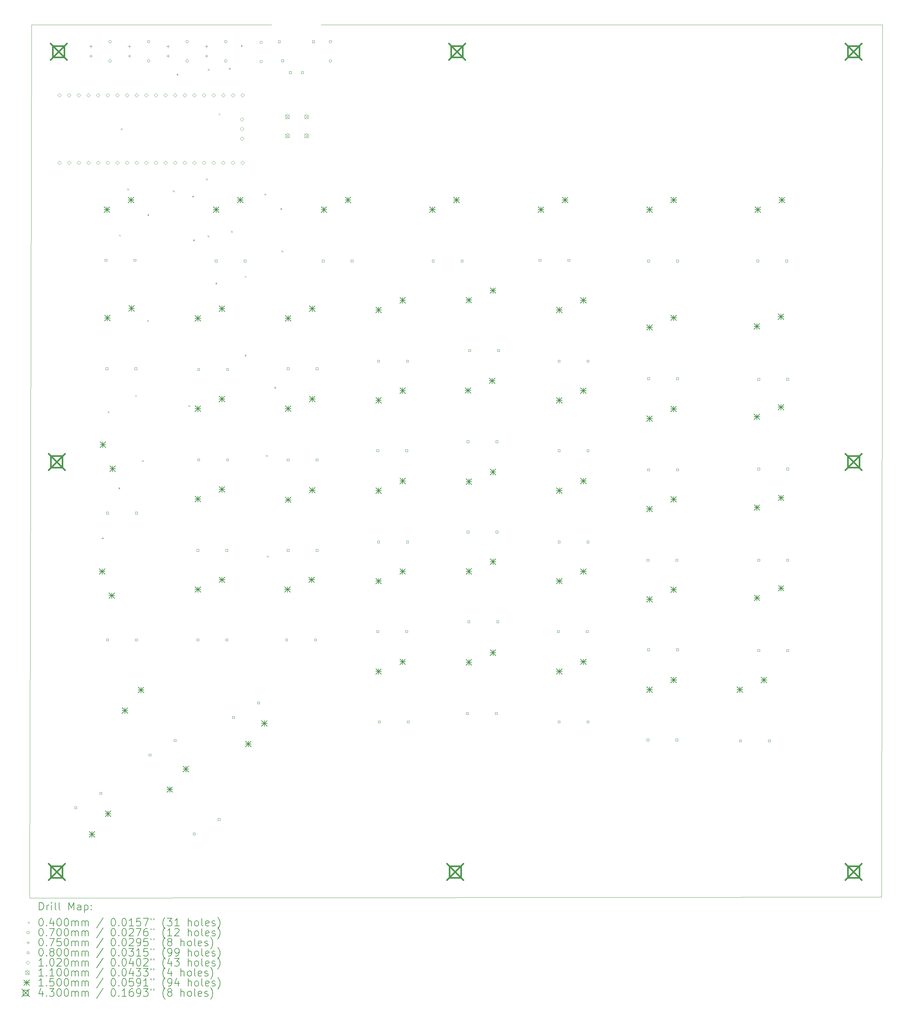
<source format=gbr>
%TF.GenerationSoftware,KiCad,Pcbnew,6.0.9-8da3e8f707~116~ubuntu20.04.1*%
%TF.CreationDate,2022-11-05T14:21:36+01:00*%
%TF.ProjectId,98keys-right,39386b65-7973-42d7-9269-6768742e6b69,rev?*%
%TF.SameCoordinates,Original*%
%TF.FileFunction,Drillmap*%
%TF.FilePolarity,Positive*%
%FSLAX45Y45*%
G04 Gerber Fmt 4.5, Leading zero omitted, Abs format (unit mm)*
G04 Created by KiCad (PCBNEW 6.0.9-8da3e8f707~116~ubuntu20.04.1) date 2022-11-05 14:21:36*
%MOMM*%
%LPD*%
G01*
G04 APERTURE LIST*
%ADD10C,0.100000*%
%ADD11C,0.200000*%
%ADD12C,0.040000*%
%ADD13C,0.070000*%
%ADD14C,0.075000*%
%ADD15C,0.080000*%
%ADD16C,0.102000*%
%ADD17C,0.110000*%
%ADD18C,0.150000*%
%ADD19C,0.430000*%
G04 APERTURE END LIST*
D10*
X29125000Y-2300000D02*
X14325000Y-2300000D01*
X29100000Y-25275000D02*
X29125000Y-2300000D01*
X6650000Y-25300000D02*
X29100000Y-25275000D01*
X6700000Y-2300000D02*
X6650000Y-25300000D01*
X13025000Y-2300000D02*
X6700000Y-2300000D01*
D11*
D12*
X8555000Y-15805000D02*
X8595000Y-15845000D01*
X8595000Y-15805000D02*
X8555000Y-15845000D01*
X8705000Y-12480000D02*
X8745000Y-12520000D01*
X8745000Y-12480000D02*
X8705000Y-12520000D01*
X8988720Y-14489510D02*
X9028720Y-14529510D01*
X9028720Y-14489510D02*
X8988720Y-14529510D01*
X9005000Y-7830000D02*
X9045000Y-7870000D01*
X9045000Y-7830000D02*
X9005000Y-7870000D01*
X9055000Y-5030000D02*
X9095000Y-5070000D01*
X9095000Y-5030000D02*
X9055000Y-5070000D01*
X9218850Y-6612600D02*
X9258850Y-6652600D01*
X9258850Y-6612600D02*
X9218850Y-6652600D01*
X9430000Y-12055000D02*
X9470000Y-12095000D01*
X9470000Y-12055000D02*
X9430000Y-12095000D01*
X9612850Y-13770630D02*
X9652850Y-13810630D01*
X9652850Y-13770630D02*
X9612850Y-13810630D01*
X9747340Y-10077770D02*
X9787340Y-10117770D01*
X9787340Y-10077770D02*
X9747340Y-10117770D01*
X9749640Y-7289680D02*
X9789640Y-7329680D01*
X9789640Y-7289680D02*
X9749640Y-7329680D01*
X10421500Y-6662080D02*
X10461500Y-6702080D01*
X10461500Y-6662080D02*
X10421500Y-6702080D01*
X10520270Y-3591090D02*
X10560270Y-3631090D01*
X10560270Y-3591090D02*
X10520270Y-3631090D01*
X10832510Y-12323530D02*
X10872510Y-12363530D01*
X10872510Y-12323530D02*
X10832510Y-12363530D01*
X10930000Y-6805000D02*
X10970000Y-6845000D01*
X10970000Y-6805000D02*
X10930000Y-6845000D01*
X10955000Y-7955000D02*
X10995000Y-7995000D01*
X10995000Y-7955000D02*
X10955000Y-7995000D01*
X11297180Y-6354070D02*
X11337180Y-6394070D01*
X11337180Y-6354070D02*
X11297180Y-6394070D01*
X11340020Y-7851360D02*
X11380020Y-7891360D01*
X11380020Y-7851360D02*
X11340020Y-7891360D01*
X11349350Y-3466760D02*
X11389350Y-3506760D01*
X11389350Y-3466760D02*
X11349350Y-3506760D01*
X11544800Y-9096380D02*
X11584800Y-9136380D01*
X11584800Y-9096380D02*
X11544800Y-9136380D01*
X11630880Y-4636970D02*
X11670880Y-4676970D01*
X11670880Y-4636970D02*
X11630880Y-4676970D01*
X11901680Y-3440820D02*
X11941680Y-3480820D01*
X11941680Y-3440820D02*
X11901680Y-3480820D01*
X11958260Y-7729230D02*
X11998260Y-7769230D01*
X11998260Y-7729230D02*
X11958260Y-7769230D01*
X12213540Y-2840650D02*
X12253540Y-2880650D01*
X12253540Y-2840650D02*
X12213540Y-2880650D01*
X12316430Y-8912810D02*
X12356430Y-8952810D01*
X12356430Y-8912810D02*
X12316430Y-8952810D01*
X12316430Y-10989610D02*
X12356430Y-11029610D01*
X12356430Y-10989610D02*
X12316430Y-11029610D01*
X12835550Y-6749320D02*
X12875550Y-6789320D01*
X12875550Y-6749320D02*
X12835550Y-6789320D01*
X12880000Y-13630000D02*
X12920000Y-13670000D01*
X12920000Y-13630000D02*
X12880000Y-13670000D01*
X12905000Y-16280000D02*
X12945000Y-16320000D01*
X12945000Y-16280000D02*
X12905000Y-16320000D01*
X13095870Y-11840170D02*
X13135870Y-11880170D01*
X13135870Y-11840170D02*
X13095870Y-11880170D01*
X13255000Y-7130000D02*
X13295000Y-7170000D01*
X13295000Y-7130000D02*
X13255000Y-7170000D01*
X13287150Y-8245640D02*
X13327150Y-8285640D01*
X13327150Y-8245640D02*
X13287150Y-8285640D01*
D13*
X8803000Y-2746000D02*
G75*
G03*
X8803000Y-2746000I-35000J0D01*
G01*
X8803000Y-3254000D02*
G75*
G03*
X8803000Y-3254000I-35000J0D01*
G01*
X9819000Y-2746000D02*
G75*
G03*
X9819000Y-2746000I-35000J0D01*
G01*
X9819000Y-3254000D02*
G75*
G03*
X9819000Y-3254000I-35000J0D01*
G01*
X10835000Y-2746000D02*
G75*
G03*
X10835000Y-2746000I-35000J0D01*
G01*
X10835000Y-3254000D02*
G75*
G03*
X10835000Y-3254000I-35000J0D01*
G01*
X11851000Y-2746000D02*
G75*
G03*
X11851000Y-2746000I-35000J0D01*
G01*
X11851000Y-3254000D02*
G75*
G03*
X11851000Y-3254000I-35000J0D01*
G01*
X12785000Y-2767000D02*
G75*
G03*
X12785000Y-2767000I-35000J0D01*
G01*
X12785000Y-3275000D02*
G75*
G03*
X12785000Y-3275000I-35000J0D01*
G01*
X14610000Y-2750000D02*
G75*
G03*
X14610000Y-2750000I-35000J0D01*
G01*
X14610000Y-3258000D02*
G75*
G03*
X14610000Y-3258000I-35000J0D01*
G01*
D14*
X8260000Y-2835500D02*
X8260000Y-2910500D01*
X8222500Y-2873000D02*
X8297500Y-2873000D01*
X8260000Y-3089500D02*
X8260000Y-3164500D01*
X8222500Y-3127000D02*
X8297500Y-3127000D01*
X9276000Y-2835500D02*
X9276000Y-2910500D01*
X9238500Y-2873000D02*
X9313500Y-2873000D01*
X9276000Y-3089500D02*
X9276000Y-3164500D01*
X9238500Y-3127000D02*
X9313500Y-3127000D01*
X10292000Y-2835500D02*
X10292000Y-2910500D01*
X10254500Y-2873000D02*
X10329500Y-2873000D01*
X10292000Y-3089500D02*
X10292000Y-3164500D01*
X10254500Y-3127000D02*
X10329500Y-3127000D01*
X11308000Y-2835500D02*
X11308000Y-2910500D01*
X11270500Y-2873000D02*
X11345500Y-2873000D01*
X11308000Y-3089500D02*
X11308000Y-3164500D01*
X11270500Y-3127000D02*
X11345500Y-3127000D01*
D15*
X7887374Y-22948744D02*
X7887374Y-22892175D01*
X7830805Y-22892175D01*
X7830805Y-22948744D01*
X7887374Y-22948744D01*
X8547286Y-22567744D02*
X8547286Y-22511175D01*
X8490717Y-22511175D01*
X8490717Y-22567744D01*
X8547286Y-22567744D01*
X8688285Y-8528245D02*
X8688285Y-8471676D01*
X8631716Y-8471676D01*
X8631716Y-8528245D01*
X8688285Y-8528245D01*
X8708285Y-11388244D02*
X8708285Y-11331675D01*
X8651716Y-11331675D01*
X8651716Y-11388244D01*
X8708285Y-11388244D01*
X8728285Y-15188244D02*
X8728285Y-15131675D01*
X8671716Y-15131675D01*
X8671716Y-15188244D01*
X8728285Y-15188244D01*
X8728285Y-18528245D02*
X8728285Y-18471676D01*
X8671716Y-18471676D01*
X8671716Y-18528245D01*
X8728285Y-18528245D01*
X9450285Y-8528245D02*
X9450285Y-8471676D01*
X9393716Y-8471676D01*
X9393716Y-8528245D01*
X9450285Y-8528245D01*
X9470285Y-11388244D02*
X9470285Y-11331675D01*
X9413716Y-11331675D01*
X9413716Y-11388244D01*
X9470285Y-11388244D01*
X9490285Y-15188244D02*
X9490285Y-15131675D01*
X9433716Y-15131675D01*
X9433716Y-15188244D01*
X9490285Y-15188244D01*
X9490285Y-18528245D02*
X9490285Y-18471676D01*
X9433716Y-18471676D01*
X9433716Y-18528245D01*
X9490285Y-18528245D01*
X9848375Y-21559245D02*
X9848375Y-21502676D01*
X9791806Y-21502676D01*
X9791806Y-21559245D01*
X9848375Y-21559245D01*
X10508286Y-21178245D02*
X10508286Y-21121676D01*
X10451717Y-21121676D01*
X10451717Y-21178245D01*
X10508286Y-21178245D01*
X11008375Y-23639244D02*
X11008375Y-23582675D01*
X10951806Y-23582675D01*
X10951806Y-23639244D01*
X11008375Y-23639244D01*
X11108285Y-16168244D02*
X11108285Y-16111675D01*
X11051716Y-16111675D01*
X11051716Y-16168244D01*
X11108285Y-16168244D01*
X11108285Y-18528245D02*
X11108285Y-18471676D01*
X11051716Y-18471676D01*
X11051716Y-18528245D01*
X11108285Y-18528245D01*
X11128285Y-11408244D02*
X11128285Y-11351675D01*
X11071716Y-11351675D01*
X11071716Y-11408244D01*
X11128285Y-11408244D01*
X11128285Y-13788244D02*
X11128285Y-13731675D01*
X11071716Y-13731675D01*
X11071716Y-13788244D01*
X11128285Y-13788244D01*
X11588284Y-8548245D02*
X11588284Y-8491676D01*
X11531715Y-8491676D01*
X11531715Y-8548245D01*
X11588284Y-8548245D01*
X11668286Y-23258244D02*
X11668286Y-23201675D01*
X11611717Y-23201675D01*
X11611717Y-23258244D01*
X11668286Y-23258244D01*
X11870284Y-16168244D02*
X11870284Y-16111675D01*
X11813715Y-16111675D01*
X11813715Y-16168244D01*
X11870284Y-16168244D01*
X11870284Y-18528245D02*
X11870284Y-18471676D01*
X11813715Y-18471676D01*
X11813715Y-18528245D01*
X11870284Y-18528245D01*
X11890284Y-11408244D02*
X11890284Y-11351675D01*
X11833715Y-11351675D01*
X11833715Y-11408244D01*
X11890284Y-11408244D01*
X11890284Y-13788244D02*
X11890284Y-13731675D01*
X11833715Y-13731675D01*
X11833715Y-13788244D01*
X11890284Y-13788244D01*
X12047284Y-20567745D02*
X12047284Y-20511176D01*
X11990715Y-20511176D01*
X11990715Y-20567745D01*
X12047284Y-20567745D01*
X12350284Y-8548245D02*
X12350284Y-8491676D01*
X12293715Y-8491676D01*
X12293715Y-8548245D01*
X12350284Y-8548245D01*
X12707196Y-20186745D02*
X12707196Y-20130176D01*
X12650627Y-20130176D01*
X12650627Y-20186745D01*
X12707196Y-20186745D01*
X13253284Y-2778285D02*
X13253284Y-2721716D01*
X13196715Y-2721716D01*
X13196715Y-2778285D01*
X13253284Y-2778285D01*
X13343284Y-3278284D02*
X13343284Y-3221715D01*
X13286715Y-3221715D01*
X13286715Y-3278284D01*
X13343284Y-3278284D01*
X13448284Y-18528245D02*
X13448284Y-18471676D01*
X13391715Y-18471676D01*
X13391715Y-18528245D01*
X13448284Y-18528245D01*
X13488284Y-11388244D02*
X13488284Y-11331675D01*
X13431715Y-11331675D01*
X13431715Y-11388244D01*
X13488284Y-11388244D01*
X13488284Y-13788244D02*
X13488284Y-13731675D01*
X13431715Y-13731675D01*
X13431715Y-13788244D01*
X13488284Y-13788244D01*
X13488284Y-16168244D02*
X13488284Y-16111675D01*
X13431715Y-16111675D01*
X13431715Y-16168244D01*
X13488284Y-16168244D01*
X13543284Y-3588284D02*
X13543284Y-3531715D01*
X13486715Y-3531715D01*
X13486715Y-3588284D01*
X13543284Y-3588284D01*
X13863284Y-3588284D02*
X13863284Y-3531715D01*
X13806715Y-3531715D01*
X13806715Y-3588284D01*
X13863284Y-3588284D01*
X14153284Y-2778285D02*
X14153284Y-2721716D01*
X14096715Y-2721716D01*
X14096715Y-2778285D01*
X14153284Y-2778285D01*
X14210284Y-18528245D02*
X14210284Y-18471676D01*
X14153715Y-18471676D01*
X14153715Y-18528245D01*
X14210284Y-18528245D01*
X14250284Y-11388244D02*
X14250284Y-11331675D01*
X14193715Y-11331675D01*
X14193715Y-11388244D01*
X14250284Y-11388244D01*
X14250284Y-13788244D02*
X14250284Y-13731675D01*
X14193715Y-13731675D01*
X14193715Y-13788244D01*
X14250284Y-13788244D01*
X14250284Y-16168244D02*
X14250284Y-16111675D01*
X14193715Y-16111675D01*
X14193715Y-16168244D01*
X14250284Y-16168244D01*
X14408284Y-8548245D02*
X14408284Y-8491676D01*
X14351715Y-8491676D01*
X14351715Y-8548245D01*
X14408284Y-8548245D01*
X15170284Y-8548245D02*
X15170284Y-8491676D01*
X15113715Y-8491676D01*
X15113715Y-8548245D01*
X15170284Y-8548245D01*
X15848284Y-13548244D02*
X15848284Y-13491675D01*
X15791715Y-13491675D01*
X15791715Y-13548244D01*
X15848284Y-13548244D01*
X15848284Y-18308245D02*
X15848284Y-18251676D01*
X15791715Y-18251676D01*
X15791715Y-18308245D01*
X15848284Y-18308245D01*
X15868284Y-11188244D02*
X15868284Y-11131676D01*
X15811715Y-11131676D01*
X15811715Y-11188244D01*
X15868284Y-11188244D01*
X15868284Y-15948244D02*
X15868284Y-15891675D01*
X15811715Y-15891675D01*
X15811715Y-15948244D01*
X15868284Y-15948244D01*
X15888284Y-20688245D02*
X15888284Y-20631676D01*
X15831715Y-20631676D01*
X15831715Y-20688245D01*
X15888284Y-20688245D01*
X16610284Y-13548244D02*
X16610284Y-13491675D01*
X16553715Y-13491675D01*
X16553715Y-13548244D01*
X16610284Y-13548244D01*
X16610284Y-18308245D02*
X16610284Y-18251676D01*
X16553715Y-18251676D01*
X16553715Y-18308245D01*
X16610284Y-18308245D01*
X16630284Y-11188244D02*
X16630284Y-11131676D01*
X16573715Y-11131676D01*
X16573715Y-11188244D01*
X16630284Y-11188244D01*
X16630284Y-15948244D02*
X16630284Y-15891675D01*
X16573715Y-15891675D01*
X16573715Y-15948244D01*
X16630284Y-15948244D01*
X16650284Y-20688245D02*
X16650284Y-20631676D01*
X16593715Y-20631676D01*
X16593715Y-20688245D01*
X16650284Y-20688245D01*
X17308285Y-8548245D02*
X17308285Y-8491676D01*
X17251716Y-8491676D01*
X17251716Y-8548245D01*
X17308285Y-8548245D01*
X18070285Y-8548245D02*
X18070285Y-8491676D01*
X18013716Y-8491676D01*
X18013716Y-8548245D01*
X18070285Y-8548245D01*
X18208285Y-20468245D02*
X18208285Y-20411676D01*
X18151716Y-20411676D01*
X18151716Y-20468245D01*
X18208285Y-20468245D01*
X18228285Y-13308244D02*
X18228285Y-13251675D01*
X18171716Y-13251675D01*
X18171716Y-13308244D01*
X18228285Y-13308244D01*
X18228285Y-15688244D02*
X18228285Y-15631675D01*
X18171716Y-15631675D01*
X18171716Y-15688244D01*
X18228285Y-15688244D01*
X18248285Y-18048245D02*
X18248285Y-17991676D01*
X18191716Y-17991676D01*
X18191716Y-18048245D01*
X18248285Y-18048245D01*
X18268285Y-10908245D02*
X18268285Y-10851676D01*
X18211716Y-10851676D01*
X18211716Y-10908245D01*
X18268285Y-10908245D01*
X18970285Y-20468245D02*
X18970285Y-20411676D01*
X18913716Y-20411676D01*
X18913716Y-20468245D01*
X18970285Y-20468245D01*
X18990285Y-13308244D02*
X18990285Y-13251675D01*
X18933716Y-13251675D01*
X18933716Y-13308244D01*
X18990285Y-13308244D01*
X18990285Y-15688244D02*
X18990285Y-15631675D01*
X18933716Y-15631675D01*
X18933716Y-15688244D01*
X18990285Y-15688244D01*
X19010285Y-18048245D02*
X19010285Y-17991676D01*
X18953716Y-17991676D01*
X18953716Y-18048245D01*
X19010285Y-18048245D01*
X19030285Y-10908245D02*
X19030285Y-10851676D01*
X18973716Y-10851676D01*
X18973716Y-10908245D01*
X19030285Y-10908245D01*
X20126285Y-8528245D02*
X20126285Y-8471676D01*
X20069716Y-8471676D01*
X20069716Y-8528245D01*
X20126285Y-8528245D01*
X20606285Y-18308245D02*
X20606285Y-18251676D01*
X20549716Y-18251676D01*
X20549716Y-18308245D01*
X20606285Y-18308245D01*
X20628285Y-11188244D02*
X20628285Y-11131676D01*
X20571716Y-11131676D01*
X20571716Y-11188244D01*
X20628285Y-11188244D01*
X20628285Y-13548244D02*
X20628285Y-13491675D01*
X20571716Y-13491675D01*
X20571716Y-13548244D01*
X20628285Y-13548244D01*
X20628285Y-15948244D02*
X20628285Y-15891675D01*
X20571716Y-15891675D01*
X20571716Y-15948244D01*
X20628285Y-15948244D01*
X20628285Y-20688245D02*
X20628285Y-20631676D01*
X20571716Y-20631676D01*
X20571716Y-20688245D01*
X20628285Y-20688245D01*
X20888285Y-8528245D02*
X20888285Y-8471676D01*
X20831716Y-8471676D01*
X20831716Y-8528245D01*
X20888285Y-8528245D01*
X21368285Y-18308245D02*
X21368285Y-18251676D01*
X21311716Y-18251676D01*
X21311716Y-18308245D01*
X21368285Y-18308245D01*
X21390285Y-11188244D02*
X21390285Y-11131676D01*
X21333716Y-11131676D01*
X21333716Y-11188244D01*
X21390285Y-11188244D01*
X21390285Y-13548244D02*
X21390285Y-13491675D01*
X21333716Y-13491675D01*
X21333716Y-13548244D01*
X21390285Y-13548244D01*
X21390285Y-15948244D02*
X21390285Y-15891675D01*
X21333716Y-15891675D01*
X21333716Y-15948244D01*
X21390285Y-15948244D01*
X21390285Y-20688245D02*
X21390285Y-20631676D01*
X21333716Y-20631676D01*
X21333716Y-20688245D01*
X21390285Y-20688245D01*
X22966284Y-21168245D02*
X22966284Y-21111676D01*
X22909715Y-21111676D01*
X22909715Y-21168245D01*
X22966284Y-21168245D01*
X22968284Y-16428244D02*
X22968284Y-16371675D01*
X22911715Y-16371675D01*
X22911715Y-16428244D01*
X22968284Y-16428244D01*
X22986284Y-8548245D02*
X22986284Y-8491676D01*
X22929715Y-8491676D01*
X22929715Y-8548245D01*
X22986284Y-8548245D01*
X22988284Y-11648244D02*
X22988284Y-11591675D01*
X22931715Y-11591675D01*
X22931715Y-11648244D01*
X22988284Y-11648244D01*
X22988284Y-14048244D02*
X22988284Y-13991675D01*
X22931715Y-13991675D01*
X22931715Y-14048244D01*
X22988284Y-14048244D01*
X22988284Y-18788245D02*
X22988284Y-18731676D01*
X22931715Y-18731676D01*
X22931715Y-18788245D01*
X22988284Y-18788245D01*
X23728284Y-21168245D02*
X23728284Y-21111676D01*
X23671715Y-21111676D01*
X23671715Y-21168245D01*
X23728284Y-21168245D01*
X23730284Y-16428244D02*
X23730284Y-16371675D01*
X23673715Y-16371675D01*
X23673715Y-16428244D01*
X23730284Y-16428244D01*
X23748284Y-8548245D02*
X23748284Y-8491676D01*
X23691715Y-8491676D01*
X23691715Y-8548245D01*
X23748284Y-8548245D01*
X23750284Y-11648244D02*
X23750284Y-11591675D01*
X23693715Y-11591675D01*
X23693715Y-11648244D01*
X23750284Y-11648244D01*
X23750284Y-14048244D02*
X23750284Y-13991675D01*
X23693715Y-13991675D01*
X23693715Y-14048244D01*
X23750284Y-14048244D01*
X23750284Y-18788245D02*
X23750284Y-18731676D01*
X23693715Y-18731676D01*
X23693715Y-18788245D01*
X23750284Y-18788245D01*
X25408284Y-21188245D02*
X25408284Y-21131676D01*
X25351715Y-21131676D01*
X25351715Y-21188245D01*
X25408284Y-21188245D01*
X25866284Y-8548245D02*
X25866284Y-8491676D01*
X25809715Y-8491676D01*
X25809715Y-8548245D01*
X25866284Y-8548245D01*
X25888284Y-11668244D02*
X25888284Y-11611675D01*
X25831715Y-11611675D01*
X25831715Y-11668244D01*
X25888284Y-11668244D01*
X25888284Y-14028244D02*
X25888284Y-13971675D01*
X25831715Y-13971675D01*
X25831715Y-14028244D01*
X25888284Y-14028244D01*
X25888284Y-16428244D02*
X25888284Y-16371675D01*
X25831715Y-16371675D01*
X25831715Y-16428244D01*
X25888284Y-16428244D01*
X25888284Y-18808245D02*
X25888284Y-18751676D01*
X25831715Y-18751676D01*
X25831715Y-18808245D01*
X25888284Y-18808245D01*
X26170284Y-21188245D02*
X26170284Y-21131676D01*
X26113715Y-21131676D01*
X26113715Y-21188245D01*
X26170284Y-21188245D01*
X26628284Y-8548245D02*
X26628284Y-8491676D01*
X26571715Y-8491676D01*
X26571715Y-8548245D01*
X26628284Y-8548245D01*
X26650284Y-11668244D02*
X26650284Y-11611675D01*
X26593715Y-11611675D01*
X26593715Y-11668244D01*
X26650284Y-11668244D01*
X26650284Y-14028244D02*
X26650284Y-13971675D01*
X26593715Y-13971675D01*
X26593715Y-14028244D01*
X26650284Y-14028244D01*
X26650284Y-16428244D02*
X26650284Y-16371675D01*
X26593715Y-16371675D01*
X26593715Y-16428244D01*
X26650284Y-16428244D01*
X26650284Y-18808245D02*
X26650284Y-18751676D01*
X26593715Y-18751676D01*
X26593715Y-18808245D01*
X26650284Y-18808245D01*
D16*
X7437000Y-4212000D02*
X7488000Y-4161000D01*
X7437000Y-4110000D01*
X7386000Y-4161000D01*
X7437000Y-4212000D01*
X7437000Y-5990000D02*
X7488000Y-5939000D01*
X7437000Y-5888000D01*
X7386000Y-5939000D01*
X7437000Y-5990000D01*
X7691000Y-4212000D02*
X7742000Y-4161000D01*
X7691000Y-4110000D01*
X7640000Y-4161000D01*
X7691000Y-4212000D01*
X7691000Y-5990000D02*
X7742000Y-5939000D01*
X7691000Y-5888000D01*
X7640000Y-5939000D01*
X7691000Y-5990000D01*
X7945000Y-4212000D02*
X7996000Y-4161000D01*
X7945000Y-4110000D01*
X7894000Y-4161000D01*
X7945000Y-4212000D01*
X7945000Y-5990000D02*
X7996000Y-5939000D01*
X7945000Y-5888000D01*
X7894000Y-5939000D01*
X7945000Y-5990000D01*
X8199000Y-4212000D02*
X8250000Y-4161000D01*
X8199000Y-4110000D01*
X8148000Y-4161000D01*
X8199000Y-4212000D01*
X8199000Y-5990000D02*
X8250000Y-5939000D01*
X8199000Y-5888000D01*
X8148000Y-5939000D01*
X8199000Y-5990000D01*
X8453000Y-4212000D02*
X8504000Y-4161000D01*
X8453000Y-4110000D01*
X8402000Y-4161000D01*
X8453000Y-4212000D01*
X8453000Y-5990000D02*
X8504000Y-5939000D01*
X8453000Y-5888000D01*
X8402000Y-5939000D01*
X8453000Y-5990000D01*
X8707000Y-4212000D02*
X8758000Y-4161000D01*
X8707000Y-4110000D01*
X8656000Y-4161000D01*
X8707000Y-4212000D01*
X8707000Y-5990000D02*
X8758000Y-5939000D01*
X8707000Y-5888000D01*
X8656000Y-5939000D01*
X8707000Y-5990000D01*
X8961000Y-4212000D02*
X9012000Y-4161000D01*
X8961000Y-4110000D01*
X8910000Y-4161000D01*
X8961000Y-4212000D01*
X8961000Y-5990000D02*
X9012000Y-5939000D01*
X8961000Y-5888000D01*
X8910000Y-5939000D01*
X8961000Y-5990000D01*
X9215000Y-4212000D02*
X9266000Y-4161000D01*
X9215000Y-4110000D01*
X9164000Y-4161000D01*
X9215000Y-4212000D01*
X9215000Y-5990000D02*
X9266000Y-5939000D01*
X9215000Y-5888000D01*
X9164000Y-5939000D01*
X9215000Y-5990000D01*
X9469000Y-4212000D02*
X9520000Y-4161000D01*
X9469000Y-4110000D01*
X9418000Y-4161000D01*
X9469000Y-4212000D01*
X9469000Y-5990000D02*
X9520000Y-5939000D01*
X9469000Y-5888000D01*
X9418000Y-5939000D01*
X9469000Y-5990000D01*
X9723000Y-4212000D02*
X9774000Y-4161000D01*
X9723000Y-4110000D01*
X9672000Y-4161000D01*
X9723000Y-4212000D01*
X9723000Y-5990000D02*
X9774000Y-5939000D01*
X9723000Y-5888000D01*
X9672000Y-5939000D01*
X9723000Y-5990000D01*
X9977000Y-4212000D02*
X10028000Y-4161000D01*
X9977000Y-4110000D01*
X9926000Y-4161000D01*
X9977000Y-4212000D01*
X9977000Y-5990000D02*
X10028000Y-5939000D01*
X9977000Y-5888000D01*
X9926000Y-5939000D01*
X9977000Y-5990000D01*
X10231000Y-4212000D02*
X10282000Y-4161000D01*
X10231000Y-4110000D01*
X10180000Y-4161000D01*
X10231000Y-4212000D01*
X10231000Y-5990000D02*
X10282000Y-5939000D01*
X10231000Y-5888000D01*
X10180000Y-5939000D01*
X10231000Y-5990000D01*
X10485000Y-4212000D02*
X10536000Y-4161000D01*
X10485000Y-4110000D01*
X10434000Y-4161000D01*
X10485000Y-4212000D01*
X10485000Y-5990000D02*
X10536000Y-5939000D01*
X10485000Y-5888000D01*
X10434000Y-5939000D01*
X10485000Y-5990000D01*
X10739000Y-4212000D02*
X10790000Y-4161000D01*
X10739000Y-4110000D01*
X10688000Y-4161000D01*
X10739000Y-4212000D01*
X10739000Y-5990000D02*
X10790000Y-5939000D01*
X10739000Y-5888000D01*
X10688000Y-5939000D01*
X10739000Y-5990000D01*
X10993000Y-4212000D02*
X11044000Y-4161000D01*
X10993000Y-4110000D01*
X10942000Y-4161000D01*
X10993000Y-4212000D01*
X10993000Y-5990000D02*
X11044000Y-5939000D01*
X10993000Y-5888000D01*
X10942000Y-5939000D01*
X10993000Y-5990000D01*
X11247000Y-4212000D02*
X11298000Y-4161000D01*
X11247000Y-4110000D01*
X11196000Y-4161000D01*
X11247000Y-4212000D01*
X11247000Y-5990000D02*
X11298000Y-5939000D01*
X11247000Y-5888000D01*
X11196000Y-5939000D01*
X11247000Y-5990000D01*
X11501000Y-4212000D02*
X11552000Y-4161000D01*
X11501000Y-4110000D01*
X11450000Y-4161000D01*
X11501000Y-4212000D01*
X11501000Y-5990000D02*
X11552000Y-5939000D01*
X11501000Y-5888000D01*
X11450000Y-5939000D01*
X11501000Y-5990000D01*
X11755000Y-4212000D02*
X11806000Y-4161000D01*
X11755000Y-4110000D01*
X11704000Y-4161000D01*
X11755000Y-4212000D01*
X11755000Y-5990000D02*
X11806000Y-5939000D01*
X11755000Y-5888000D01*
X11704000Y-5939000D01*
X11755000Y-5990000D01*
X12009000Y-4212000D02*
X12060000Y-4161000D01*
X12009000Y-4110000D01*
X11958000Y-4161000D01*
X12009000Y-4212000D01*
X12009000Y-5990000D02*
X12060000Y-5939000D01*
X12009000Y-5888000D01*
X11958000Y-5939000D01*
X12009000Y-5990000D01*
X12240000Y-4847000D02*
X12291000Y-4796000D01*
X12240000Y-4745000D01*
X12189000Y-4796000D01*
X12240000Y-4847000D01*
X12240000Y-5101000D02*
X12291000Y-5050000D01*
X12240000Y-4999000D01*
X12189000Y-5050000D01*
X12240000Y-5101000D01*
X12240000Y-5355000D02*
X12291000Y-5304000D01*
X12240000Y-5253000D01*
X12189000Y-5304000D01*
X12240000Y-5355000D01*
X12263000Y-4212000D02*
X12314000Y-4161000D01*
X12263000Y-4110000D01*
X12212000Y-4161000D01*
X12263000Y-4212000D01*
X12263000Y-5990000D02*
X12314000Y-5939000D01*
X12263000Y-5888000D01*
X12212000Y-5939000D01*
X12263000Y-5990000D01*
D17*
X13390000Y-4670630D02*
X13500000Y-4780630D01*
X13500000Y-4670630D02*
X13390000Y-4780630D01*
X13500000Y-4725630D02*
G75*
G03*
X13500000Y-4725630I-55000J0D01*
G01*
X13390000Y-5170630D02*
X13500000Y-5280630D01*
X13500000Y-5170630D02*
X13390000Y-5280630D01*
X13500000Y-5225630D02*
G75*
G03*
X13500000Y-5225630I-55000J0D01*
G01*
X13890000Y-4670630D02*
X14000000Y-4780630D01*
X14000000Y-4670630D02*
X13890000Y-4780630D01*
X14000000Y-4725630D02*
G75*
G03*
X14000000Y-4725630I-55000J0D01*
G01*
X13890000Y-5170630D02*
X14000000Y-5280630D01*
X14000000Y-5170630D02*
X13890000Y-5280630D01*
X14000000Y-5225630D02*
G75*
G03*
X14000000Y-5225630I-55000J0D01*
G01*
D18*
X8218044Y-23545530D02*
X8368044Y-23695530D01*
X8368044Y-23545530D02*
X8218044Y-23695530D01*
X8293044Y-23545530D02*
X8293044Y-23695530D01*
X8218044Y-23620530D02*
X8368044Y-23620530D01*
X8485000Y-16624960D02*
X8635000Y-16774960D01*
X8635000Y-16624960D02*
X8485000Y-16774960D01*
X8560000Y-16624960D02*
X8560000Y-16774960D01*
X8485000Y-16699960D02*
X8635000Y-16699960D01*
X8505000Y-13284960D02*
X8655000Y-13434960D01*
X8655000Y-13284960D02*
X8505000Y-13434960D01*
X8580000Y-13284960D02*
X8580000Y-13434960D01*
X8505000Y-13359960D02*
X8655000Y-13359960D01*
X8610000Y-7098960D02*
X8760000Y-7248960D01*
X8760000Y-7098960D02*
X8610000Y-7248960D01*
X8685000Y-7098960D02*
X8685000Y-7248960D01*
X8610000Y-7173960D02*
X8760000Y-7173960D01*
X8624000Y-9950960D02*
X8774000Y-10100960D01*
X8774000Y-9950960D02*
X8624000Y-10100960D01*
X8699000Y-9950960D02*
X8699000Y-10100960D01*
X8624000Y-10025960D02*
X8774000Y-10025960D01*
X8640970Y-23008060D02*
X8790970Y-23158060D01*
X8790970Y-23008060D02*
X8640970Y-23158060D01*
X8715970Y-23008060D02*
X8715970Y-23158060D01*
X8640970Y-23083060D02*
X8790970Y-23083060D01*
X8739000Y-17259960D02*
X8889000Y-17409960D01*
X8889000Y-17259960D02*
X8739000Y-17409960D01*
X8814000Y-17259960D02*
X8814000Y-17409960D01*
X8739000Y-17334960D02*
X8889000Y-17334960D01*
X8759000Y-13919960D02*
X8909000Y-14069960D01*
X8909000Y-13919960D02*
X8759000Y-14069960D01*
X8834000Y-13919960D02*
X8834000Y-14069960D01*
X8759000Y-13994960D02*
X8909000Y-13994960D01*
X9088044Y-20285531D02*
X9238044Y-20435531D01*
X9238044Y-20285531D02*
X9088044Y-20435531D01*
X9163044Y-20285531D02*
X9163044Y-20435531D01*
X9088044Y-20360531D02*
X9238044Y-20360531D01*
X9245000Y-6844960D02*
X9395000Y-6994960D01*
X9395000Y-6844960D02*
X9245000Y-6994960D01*
X9320000Y-6844960D02*
X9320000Y-6994960D01*
X9245000Y-6919960D02*
X9395000Y-6919960D01*
X9259000Y-9696960D02*
X9409000Y-9846960D01*
X9409000Y-9696960D02*
X9259000Y-9846960D01*
X9334000Y-9696960D02*
X9334000Y-9846960D01*
X9259000Y-9771960D02*
X9409000Y-9771960D01*
X9510970Y-19748060D02*
X9660970Y-19898060D01*
X9660970Y-19748060D02*
X9510970Y-19898060D01*
X9585970Y-19748060D02*
X9585970Y-19898060D01*
X9510970Y-19823060D02*
X9660970Y-19823060D01*
X10268044Y-22365531D02*
X10418044Y-22515530D01*
X10418044Y-22365531D02*
X10268044Y-22515530D01*
X10343044Y-22365531D02*
X10343044Y-22515530D01*
X10268044Y-22440530D02*
X10418044Y-22440530D01*
X10690970Y-21828060D02*
X10840970Y-21978060D01*
X10840970Y-21828060D02*
X10690970Y-21978060D01*
X10765970Y-21828060D02*
X10765970Y-21978060D01*
X10690970Y-21903060D02*
X10840970Y-21903060D01*
X11010000Y-9958960D02*
X11160000Y-10108960D01*
X11160000Y-9958960D02*
X11010000Y-10108960D01*
X11085000Y-9958960D02*
X11085000Y-10108960D01*
X11010000Y-10033960D02*
X11160000Y-10033960D01*
X11010000Y-12338960D02*
X11160000Y-12488960D01*
X11160000Y-12338960D02*
X11010000Y-12488960D01*
X11085000Y-12338960D02*
X11085000Y-12488960D01*
X11010000Y-12413960D02*
X11160000Y-12413960D01*
X11010000Y-14718960D02*
X11160000Y-14868960D01*
X11160000Y-14718960D02*
X11010000Y-14868960D01*
X11085000Y-14718960D02*
X11085000Y-14868960D01*
X11010000Y-14793960D02*
X11160000Y-14793960D01*
X11010000Y-17098960D02*
X11160000Y-17248960D01*
X11160000Y-17098960D02*
X11010000Y-17248960D01*
X11085000Y-17098960D02*
X11085000Y-17248960D01*
X11010000Y-17173960D02*
X11160000Y-17173960D01*
X11490000Y-7098960D02*
X11640000Y-7248960D01*
X11640000Y-7098960D02*
X11490000Y-7248960D01*
X11565000Y-7098960D02*
X11565000Y-7248960D01*
X11490000Y-7173960D02*
X11640000Y-7173960D01*
X11645000Y-9704960D02*
X11795000Y-9854960D01*
X11795000Y-9704960D02*
X11645000Y-9854960D01*
X11720000Y-9704960D02*
X11720000Y-9854960D01*
X11645000Y-9779960D02*
X11795000Y-9779960D01*
X11645000Y-12084960D02*
X11795000Y-12234960D01*
X11795000Y-12084960D02*
X11645000Y-12234960D01*
X11720000Y-12084960D02*
X11720000Y-12234960D01*
X11645000Y-12159960D02*
X11795000Y-12159960D01*
X11645000Y-14464960D02*
X11795000Y-14614960D01*
X11795000Y-14464960D02*
X11645000Y-14614960D01*
X11720000Y-14464960D02*
X11720000Y-14614960D01*
X11645000Y-14539960D02*
X11795000Y-14539960D01*
X11645000Y-16844960D02*
X11795000Y-16994960D01*
X11795000Y-16844960D02*
X11645000Y-16994960D01*
X11720000Y-16844960D02*
X11720000Y-16994960D01*
X11645000Y-16919960D02*
X11795000Y-16919960D01*
X12125000Y-6844960D02*
X12275000Y-6994960D01*
X12275000Y-6844960D02*
X12125000Y-6994960D01*
X12200000Y-6844960D02*
X12200000Y-6994960D01*
X12125000Y-6919960D02*
X12275000Y-6919960D01*
X12338044Y-21165531D02*
X12488044Y-21315531D01*
X12488044Y-21165531D02*
X12338044Y-21315531D01*
X12413044Y-21165531D02*
X12413044Y-21315531D01*
X12338044Y-21240531D02*
X12488044Y-21240531D01*
X12760970Y-20628060D02*
X12910970Y-20778060D01*
X12910970Y-20628060D02*
X12760970Y-20778060D01*
X12835970Y-20628060D02*
X12835970Y-20778060D01*
X12760970Y-20703060D02*
X12910970Y-20703060D01*
X13370000Y-17098960D02*
X13520000Y-17248960D01*
X13520000Y-17098960D02*
X13370000Y-17248960D01*
X13445000Y-17098960D02*
X13445000Y-17248960D01*
X13370000Y-17173960D02*
X13520000Y-17173960D01*
X13390000Y-9958960D02*
X13540000Y-10108960D01*
X13540000Y-9958960D02*
X13390000Y-10108960D01*
X13465000Y-9958960D02*
X13465000Y-10108960D01*
X13390000Y-10033960D02*
X13540000Y-10033960D01*
X13390000Y-12338960D02*
X13540000Y-12488960D01*
X13540000Y-12338960D02*
X13390000Y-12488960D01*
X13465000Y-12338960D02*
X13465000Y-12488960D01*
X13390000Y-12413960D02*
X13540000Y-12413960D01*
X13390000Y-14738960D02*
X13540000Y-14888960D01*
X13540000Y-14738960D02*
X13390000Y-14888960D01*
X13465000Y-14738960D02*
X13465000Y-14888960D01*
X13390000Y-14813960D02*
X13540000Y-14813960D01*
X14005000Y-16844960D02*
X14155000Y-16994960D01*
X14155000Y-16844960D02*
X14005000Y-16994960D01*
X14080000Y-16844960D02*
X14080000Y-16994960D01*
X14005000Y-16919960D02*
X14155000Y-16919960D01*
X14025000Y-9704960D02*
X14175000Y-9854960D01*
X14175000Y-9704960D02*
X14025000Y-9854960D01*
X14100000Y-9704960D02*
X14100000Y-9854960D01*
X14025000Y-9779960D02*
X14175000Y-9779960D01*
X14025000Y-12084960D02*
X14175000Y-12234960D01*
X14175000Y-12084960D02*
X14025000Y-12234960D01*
X14100000Y-12084960D02*
X14100000Y-12234960D01*
X14025000Y-12159960D02*
X14175000Y-12159960D01*
X14025000Y-14484960D02*
X14175000Y-14634960D01*
X14175000Y-14484960D02*
X14025000Y-14634960D01*
X14100000Y-14484960D02*
X14100000Y-14634960D01*
X14025000Y-14559960D02*
X14175000Y-14559960D01*
X14330000Y-7098960D02*
X14480000Y-7248960D01*
X14480000Y-7098960D02*
X14330000Y-7248960D01*
X14405000Y-7098960D02*
X14405000Y-7248960D01*
X14330000Y-7173960D02*
X14480000Y-7173960D01*
X14965000Y-6844960D02*
X15115000Y-6994960D01*
X15115000Y-6844960D02*
X14965000Y-6994960D01*
X15040000Y-6844960D02*
X15040000Y-6994960D01*
X14965000Y-6919960D02*
X15115000Y-6919960D01*
X15770000Y-9738960D02*
X15920000Y-9888960D01*
X15920000Y-9738960D02*
X15770000Y-9888960D01*
X15845000Y-9738960D02*
X15845000Y-9888960D01*
X15770000Y-9813960D02*
X15920000Y-9813960D01*
X15770000Y-12118960D02*
X15920000Y-12268960D01*
X15920000Y-12118960D02*
X15770000Y-12268960D01*
X15845000Y-12118960D02*
X15845000Y-12268960D01*
X15770000Y-12193960D02*
X15920000Y-12193960D01*
X15770000Y-14498960D02*
X15920000Y-14648960D01*
X15920000Y-14498960D02*
X15770000Y-14648960D01*
X15845000Y-14498960D02*
X15845000Y-14648960D01*
X15770000Y-14573960D02*
X15920000Y-14573960D01*
X15770000Y-16878960D02*
X15920000Y-17028960D01*
X15920000Y-16878960D02*
X15770000Y-17028960D01*
X15845000Y-16878960D02*
X15845000Y-17028960D01*
X15770000Y-16953960D02*
X15920000Y-16953960D01*
X15770000Y-19258960D02*
X15920000Y-19408960D01*
X15920000Y-19258960D02*
X15770000Y-19408960D01*
X15845000Y-19258960D02*
X15845000Y-19408960D01*
X15770000Y-19333960D02*
X15920000Y-19333960D01*
X16405000Y-9484960D02*
X16555000Y-9634960D01*
X16555000Y-9484960D02*
X16405000Y-9634960D01*
X16480000Y-9484960D02*
X16480000Y-9634960D01*
X16405000Y-9559960D02*
X16555000Y-9559960D01*
X16405000Y-11864960D02*
X16555000Y-12014960D01*
X16555000Y-11864960D02*
X16405000Y-12014960D01*
X16480000Y-11864960D02*
X16480000Y-12014960D01*
X16405000Y-11939960D02*
X16555000Y-11939960D01*
X16405000Y-14244960D02*
X16555000Y-14394960D01*
X16555000Y-14244960D02*
X16405000Y-14394960D01*
X16480000Y-14244960D02*
X16480000Y-14394960D01*
X16405000Y-14319960D02*
X16555000Y-14319960D01*
X16405000Y-16624960D02*
X16555000Y-16774960D01*
X16555000Y-16624960D02*
X16405000Y-16774960D01*
X16480000Y-16624960D02*
X16480000Y-16774960D01*
X16405000Y-16699960D02*
X16555000Y-16699960D01*
X16405000Y-19004960D02*
X16555000Y-19154960D01*
X16555000Y-19004960D02*
X16405000Y-19154960D01*
X16480000Y-19004960D02*
X16480000Y-19154960D01*
X16405000Y-19079960D02*
X16555000Y-19079960D01*
X17190000Y-7098960D02*
X17340000Y-7248960D01*
X17340000Y-7098960D02*
X17190000Y-7248960D01*
X17265000Y-7098960D02*
X17265000Y-7248960D01*
X17190000Y-7173960D02*
X17340000Y-7173960D01*
X17825000Y-6844960D02*
X17975000Y-6994960D01*
X17975000Y-6844960D02*
X17825000Y-6994960D01*
X17900000Y-6844960D02*
X17900000Y-6994960D01*
X17825000Y-6919960D02*
X17975000Y-6919960D01*
X18130000Y-11858960D02*
X18280000Y-12008960D01*
X18280000Y-11858960D02*
X18130000Y-12008960D01*
X18205000Y-11858960D02*
X18205000Y-12008960D01*
X18130000Y-11933960D02*
X18280000Y-11933960D01*
X18150000Y-9478960D02*
X18300000Y-9628960D01*
X18300000Y-9478960D02*
X18150000Y-9628960D01*
X18225000Y-9478960D02*
X18225000Y-9628960D01*
X18150000Y-9553960D02*
X18300000Y-9553960D01*
X18150000Y-14258960D02*
X18300000Y-14408960D01*
X18300000Y-14258960D02*
X18150000Y-14408960D01*
X18225000Y-14258960D02*
X18225000Y-14408960D01*
X18150000Y-14333960D02*
X18300000Y-14333960D01*
X18150000Y-16618960D02*
X18300000Y-16768960D01*
X18300000Y-16618960D02*
X18150000Y-16768960D01*
X18225000Y-16618960D02*
X18225000Y-16768960D01*
X18150000Y-16693960D02*
X18300000Y-16693960D01*
X18150000Y-19018960D02*
X18300000Y-19168960D01*
X18300000Y-19018960D02*
X18150000Y-19168960D01*
X18225000Y-19018960D02*
X18225000Y-19168960D01*
X18150000Y-19093960D02*
X18300000Y-19093960D01*
X18765000Y-11604960D02*
X18915000Y-11754960D01*
X18915000Y-11604960D02*
X18765000Y-11754960D01*
X18840000Y-11604960D02*
X18840000Y-11754960D01*
X18765000Y-11679960D02*
X18915000Y-11679960D01*
X18785000Y-9224960D02*
X18935000Y-9374960D01*
X18935000Y-9224960D02*
X18785000Y-9374960D01*
X18860000Y-9224960D02*
X18860000Y-9374960D01*
X18785000Y-9299960D02*
X18935000Y-9299960D01*
X18785000Y-14004960D02*
X18935000Y-14154960D01*
X18935000Y-14004960D02*
X18785000Y-14154960D01*
X18860000Y-14004960D02*
X18860000Y-14154960D01*
X18785000Y-14079960D02*
X18935000Y-14079960D01*
X18785000Y-16364960D02*
X18935000Y-16514960D01*
X18935000Y-16364960D02*
X18785000Y-16514960D01*
X18860000Y-16364960D02*
X18860000Y-16514960D01*
X18785000Y-16439960D02*
X18935000Y-16439960D01*
X18785000Y-18764960D02*
X18935000Y-18914960D01*
X18935000Y-18764960D02*
X18785000Y-18914960D01*
X18860000Y-18764960D02*
X18860000Y-18914960D01*
X18785000Y-18839960D02*
X18935000Y-18839960D01*
X20050000Y-7098960D02*
X20200000Y-7248960D01*
X20200000Y-7098960D02*
X20050000Y-7248960D01*
X20125000Y-7098960D02*
X20125000Y-7248960D01*
X20050000Y-7173960D02*
X20200000Y-7173960D01*
X20530000Y-9738960D02*
X20680000Y-9888960D01*
X20680000Y-9738960D02*
X20530000Y-9888960D01*
X20605000Y-9738960D02*
X20605000Y-9888960D01*
X20530000Y-9813960D02*
X20680000Y-9813960D01*
X20530000Y-12118960D02*
X20680000Y-12268960D01*
X20680000Y-12118960D02*
X20530000Y-12268960D01*
X20605000Y-12118960D02*
X20605000Y-12268960D01*
X20530000Y-12193960D02*
X20680000Y-12193960D01*
X20530000Y-14498960D02*
X20680000Y-14648960D01*
X20680000Y-14498960D02*
X20530000Y-14648960D01*
X20605000Y-14498960D02*
X20605000Y-14648960D01*
X20530000Y-14573960D02*
X20680000Y-14573960D01*
X20530000Y-16878960D02*
X20680000Y-17028960D01*
X20680000Y-16878960D02*
X20530000Y-17028960D01*
X20605000Y-16878960D02*
X20605000Y-17028960D01*
X20530000Y-16953960D02*
X20680000Y-16953960D01*
X20530000Y-19258960D02*
X20680000Y-19408960D01*
X20680000Y-19258960D02*
X20530000Y-19408960D01*
X20605000Y-19258960D02*
X20605000Y-19408960D01*
X20530000Y-19333960D02*
X20680000Y-19333960D01*
X20685000Y-6844960D02*
X20835000Y-6994960D01*
X20835000Y-6844960D02*
X20685000Y-6994960D01*
X20760000Y-6844960D02*
X20760000Y-6994960D01*
X20685000Y-6919960D02*
X20835000Y-6919960D01*
X21165000Y-9484960D02*
X21315000Y-9634960D01*
X21315000Y-9484960D02*
X21165000Y-9634960D01*
X21240000Y-9484960D02*
X21240000Y-9634960D01*
X21165000Y-9559960D02*
X21315000Y-9559960D01*
X21165000Y-11864960D02*
X21315000Y-12014960D01*
X21315000Y-11864960D02*
X21165000Y-12014960D01*
X21240000Y-11864960D02*
X21240000Y-12014960D01*
X21165000Y-11939960D02*
X21315000Y-11939960D01*
X21165000Y-14244960D02*
X21315000Y-14394960D01*
X21315000Y-14244960D02*
X21165000Y-14394960D01*
X21240000Y-14244960D02*
X21240000Y-14394960D01*
X21165000Y-14319960D02*
X21315000Y-14319960D01*
X21165000Y-16624960D02*
X21315000Y-16774960D01*
X21315000Y-16624960D02*
X21165000Y-16774960D01*
X21240000Y-16624960D02*
X21240000Y-16774960D01*
X21165000Y-16699960D02*
X21315000Y-16699960D01*
X21165000Y-19004960D02*
X21315000Y-19154960D01*
X21315000Y-19004960D02*
X21165000Y-19154960D01*
X21240000Y-19004960D02*
X21240000Y-19154960D01*
X21165000Y-19079960D02*
X21315000Y-19079960D01*
X22910000Y-7098960D02*
X23060000Y-7248960D01*
X23060000Y-7098960D02*
X22910000Y-7248960D01*
X22985000Y-7098960D02*
X22985000Y-7248960D01*
X22910000Y-7173960D02*
X23060000Y-7173960D01*
X22910000Y-10198960D02*
X23060000Y-10348960D01*
X23060000Y-10198960D02*
X22910000Y-10348960D01*
X22985000Y-10198960D02*
X22985000Y-10348960D01*
X22910000Y-10273960D02*
X23060000Y-10273960D01*
X22910000Y-12598960D02*
X23060000Y-12748960D01*
X23060000Y-12598960D02*
X22910000Y-12748960D01*
X22985000Y-12598960D02*
X22985000Y-12748960D01*
X22910000Y-12673960D02*
X23060000Y-12673960D01*
X22910000Y-14978960D02*
X23060000Y-15128960D01*
X23060000Y-14978960D02*
X22910000Y-15128960D01*
X22985000Y-14978960D02*
X22985000Y-15128960D01*
X22910000Y-15053960D02*
X23060000Y-15053960D01*
X22910000Y-17358960D02*
X23060000Y-17508960D01*
X23060000Y-17358960D02*
X22910000Y-17508960D01*
X22985000Y-17358960D02*
X22985000Y-17508960D01*
X22910000Y-17433960D02*
X23060000Y-17433960D01*
X22910000Y-19738960D02*
X23060000Y-19888960D01*
X23060000Y-19738960D02*
X22910000Y-19888960D01*
X22985000Y-19738960D02*
X22985000Y-19888960D01*
X22910000Y-19813960D02*
X23060000Y-19813960D01*
X23545000Y-6844960D02*
X23695000Y-6994960D01*
X23695000Y-6844960D02*
X23545000Y-6994960D01*
X23620000Y-6844960D02*
X23620000Y-6994960D01*
X23545000Y-6919960D02*
X23695000Y-6919960D01*
X23545000Y-9944960D02*
X23695000Y-10094960D01*
X23695000Y-9944960D02*
X23545000Y-10094960D01*
X23620000Y-9944960D02*
X23620000Y-10094960D01*
X23545000Y-10019960D02*
X23695000Y-10019960D01*
X23545000Y-12344960D02*
X23695000Y-12494960D01*
X23695000Y-12344960D02*
X23545000Y-12494960D01*
X23620000Y-12344960D02*
X23620000Y-12494960D01*
X23545000Y-12419960D02*
X23695000Y-12419960D01*
X23545000Y-14724960D02*
X23695000Y-14874960D01*
X23695000Y-14724960D02*
X23545000Y-14874960D01*
X23620000Y-14724960D02*
X23620000Y-14874960D01*
X23545000Y-14799960D02*
X23695000Y-14799960D01*
X23545000Y-17104960D02*
X23695000Y-17254960D01*
X23695000Y-17104960D02*
X23545000Y-17254960D01*
X23620000Y-17104960D02*
X23620000Y-17254960D01*
X23545000Y-17179960D02*
X23695000Y-17179960D01*
X23545000Y-19484960D02*
X23695000Y-19634960D01*
X23695000Y-19484960D02*
X23545000Y-19634960D01*
X23620000Y-19484960D02*
X23620000Y-19634960D01*
X23545000Y-19559960D02*
X23695000Y-19559960D01*
X25290000Y-19738960D02*
X25440000Y-19888960D01*
X25440000Y-19738960D02*
X25290000Y-19888960D01*
X25365000Y-19738960D02*
X25365000Y-19888960D01*
X25290000Y-19813960D02*
X25440000Y-19813960D01*
X25738000Y-10173000D02*
X25888000Y-10323000D01*
X25888000Y-10173000D02*
X25738000Y-10323000D01*
X25813000Y-10173000D02*
X25813000Y-10323000D01*
X25738000Y-10248000D02*
X25888000Y-10248000D01*
X25738000Y-12553000D02*
X25888000Y-12703000D01*
X25888000Y-12553000D02*
X25738000Y-12703000D01*
X25813000Y-12553000D02*
X25813000Y-12703000D01*
X25738000Y-12628000D02*
X25888000Y-12628000D01*
X25744000Y-14941000D02*
X25894000Y-15091000D01*
X25894000Y-14941000D02*
X25744000Y-15091000D01*
X25819000Y-14941000D02*
X25819000Y-15091000D01*
X25744000Y-15016000D02*
X25894000Y-15016000D01*
X25744000Y-17321000D02*
X25894000Y-17471000D01*
X25894000Y-17321000D02*
X25744000Y-17471000D01*
X25819000Y-17321000D02*
X25819000Y-17471000D01*
X25744000Y-17396000D02*
X25894000Y-17396000D01*
X25764000Y-7098960D02*
X25914000Y-7248960D01*
X25914000Y-7098960D02*
X25764000Y-7248960D01*
X25839000Y-7098960D02*
X25839000Y-7248960D01*
X25764000Y-7173960D02*
X25914000Y-7173960D01*
X25925000Y-19484960D02*
X26075000Y-19634960D01*
X26075000Y-19484960D02*
X25925000Y-19634960D01*
X26000000Y-19484960D02*
X26000000Y-19634960D01*
X25925000Y-19559960D02*
X26075000Y-19559960D01*
X26373000Y-9919000D02*
X26523000Y-10069000D01*
X26523000Y-9919000D02*
X26373000Y-10069000D01*
X26448000Y-9919000D02*
X26448000Y-10069000D01*
X26373000Y-9994000D02*
X26523000Y-9994000D01*
X26373000Y-12299000D02*
X26523000Y-12449000D01*
X26523000Y-12299000D02*
X26373000Y-12449000D01*
X26448000Y-12299000D02*
X26448000Y-12449000D01*
X26373000Y-12374000D02*
X26523000Y-12374000D01*
X26379000Y-14687000D02*
X26529000Y-14837000D01*
X26529000Y-14687000D02*
X26379000Y-14837000D01*
X26454000Y-14687000D02*
X26454000Y-14837000D01*
X26379000Y-14762000D02*
X26529000Y-14762000D01*
X26379000Y-17067000D02*
X26529000Y-17217000D01*
X26529000Y-17067000D02*
X26379000Y-17217000D01*
X26454000Y-17067000D02*
X26454000Y-17217000D01*
X26379000Y-17142000D02*
X26529000Y-17142000D01*
X26399000Y-6844960D02*
X26549000Y-6994960D01*
X26549000Y-6844960D02*
X26399000Y-6994960D01*
X26474000Y-6844960D02*
X26474000Y-6994960D01*
X26399000Y-6919960D02*
X26549000Y-6919960D01*
D19*
X7146000Y-13595500D02*
X7576000Y-14025500D01*
X7576000Y-13595500D02*
X7146000Y-14025500D01*
X7513029Y-13962529D02*
X7513029Y-13658471D01*
X7208971Y-13658471D01*
X7208971Y-13962529D01*
X7513029Y-13962529D01*
X7146000Y-24395500D02*
X7576000Y-24825500D01*
X7576000Y-24395500D02*
X7146000Y-24825500D01*
X7513029Y-24762529D02*
X7513029Y-24458471D01*
X7208971Y-24458471D01*
X7208971Y-24762529D01*
X7513029Y-24762529D01*
X7196000Y-2795500D02*
X7626000Y-3225500D01*
X7626000Y-2795500D02*
X7196000Y-3225500D01*
X7563029Y-3162529D02*
X7563029Y-2858471D01*
X7258971Y-2858471D01*
X7258971Y-3162529D01*
X7563029Y-3162529D01*
X17646000Y-24395500D02*
X18076000Y-24825500D01*
X18076000Y-24395500D02*
X17646000Y-24825500D01*
X18013029Y-24762529D02*
X18013029Y-24458471D01*
X17708971Y-24458471D01*
X17708971Y-24762529D01*
X18013029Y-24762529D01*
X17696000Y-2795500D02*
X18126000Y-3225500D01*
X18126000Y-2795500D02*
X17696000Y-3225500D01*
X18063029Y-3162529D02*
X18063029Y-2858471D01*
X17758971Y-2858471D01*
X17758971Y-3162529D01*
X18063029Y-3162529D01*
X28146000Y-2795500D02*
X28576000Y-3225500D01*
X28576000Y-2795500D02*
X28146000Y-3225500D01*
X28513029Y-3162529D02*
X28513029Y-2858471D01*
X28208971Y-2858471D01*
X28208971Y-3162529D01*
X28513029Y-3162529D01*
X28146000Y-13595500D02*
X28576000Y-14025500D01*
X28576000Y-13595500D02*
X28146000Y-14025500D01*
X28513029Y-13962529D02*
X28513029Y-13658471D01*
X28208971Y-13658471D01*
X28208971Y-13962529D01*
X28513029Y-13962529D01*
X28146000Y-24395500D02*
X28576000Y-24825500D01*
X28576000Y-24395500D02*
X28146000Y-24825500D01*
X28513029Y-24762529D02*
X28513029Y-24458471D01*
X28208971Y-24458471D01*
X28208971Y-24762529D01*
X28513029Y-24762529D01*
D11*
X6902619Y-25615476D02*
X6902619Y-25415476D01*
X6950238Y-25415476D01*
X6978809Y-25425000D01*
X6997857Y-25444048D01*
X7007381Y-25463095D01*
X7016905Y-25501190D01*
X7016905Y-25529762D01*
X7007381Y-25567857D01*
X6997857Y-25586905D01*
X6978809Y-25605952D01*
X6950238Y-25615476D01*
X6902619Y-25615476D01*
X7102619Y-25615476D02*
X7102619Y-25482143D01*
X7102619Y-25520238D02*
X7112143Y-25501190D01*
X7121667Y-25491667D01*
X7140714Y-25482143D01*
X7159762Y-25482143D01*
X7226428Y-25615476D02*
X7226428Y-25482143D01*
X7226428Y-25415476D02*
X7216905Y-25425000D01*
X7226428Y-25434524D01*
X7235952Y-25425000D01*
X7226428Y-25415476D01*
X7226428Y-25434524D01*
X7350238Y-25615476D02*
X7331190Y-25605952D01*
X7321667Y-25586905D01*
X7321667Y-25415476D01*
X7455000Y-25615476D02*
X7435952Y-25605952D01*
X7426428Y-25586905D01*
X7426428Y-25415476D01*
X7683571Y-25615476D02*
X7683571Y-25415476D01*
X7750238Y-25558333D01*
X7816905Y-25415476D01*
X7816905Y-25615476D01*
X7997857Y-25615476D02*
X7997857Y-25510714D01*
X7988333Y-25491667D01*
X7969286Y-25482143D01*
X7931190Y-25482143D01*
X7912143Y-25491667D01*
X7997857Y-25605952D02*
X7978809Y-25615476D01*
X7931190Y-25615476D01*
X7912143Y-25605952D01*
X7902619Y-25586905D01*
X7902619Y-25567857D01*
X7912143Y-25548809D01*
X7931190Y-25539286D01*
X7978809Y-25539286D01*
X7997857Y-25529762D01*
X8093095Y-25482143D02*
X8093095Y-25682143D01*
X8093095Y-25491667D02*
X8112143Y-25482143D01*
X8150238Y-25482143D01*
X8169286Y-25491667D01*
X8178809Y-25501190D01*
X8188333Y-25520238D01*
X8188333Y-25577381D01*
X8178809Y-25596428D01*
X8169286Y-25605952D01*
X8150238Y-25615476D01*
X8112143Y-25615476D01*
X8093095Y-25605952D01*
X8274048Y-25596428D02*
X8283571Y-25605952D01*
X8274048Y-25615476D01*
X8264524Y-25605952D01*
X8274048Y-25596428D01*
X8274048Y-25615476D01*
X8274048Y-25491667D02*
X8283571Y-25501190D01*
X8274048Y-25510714D01*
X8264524Y-25501190D01*
X8274048Y-25491667D01*
X8274048Y-25510714D01*
D12*
X6605000Y-25925000D02*
X6645000Y-25965000D01*
X6645000Y-25925000D02*
X6605000Y-25965000D01*
D11*
X6940714Y-25835476D02*
X6959762Y-25835476D01*
X6978809Y-25845000D01*
X6988333Y-25854524D01*
X6997857Y-25873571D01*
X7007381Y-25911667D01*
X7007381Y-25959286D01*
X6997857Y-25997381D01*
X6988333Y-26016428D01*
X6978809Y-26025952D01*
X6959762Y-26035476D01*
X6940714Y-26035476D01*
X6921667Y-26025952D01*
X6912143Y-26016428D01*
X6902619Y-25997381D01*
X6893095Y-25959286D01*
X6893095Y-25911667D01*
X6902619Y-25873571D01*
X6912143Y-25854524D01*
X6921667Y-25845000D01*
X6940714Y-25835476D01*
X7093095Y-26016428D02*
X7102619Y-26025952D01*
X7093095Y-26035476D01*
X7083571Y-26025952D01*
X7093095Y-26016428D01*
X7093095Y-26035476D01*
X7274048Y-25902143D02*
X7274048Y-26035476D01*
X7226428Y-25825952D02*
X7178809Y-25968809D01*
X7302619Y-25968809D01*
X7416905Y-25835476D02*
X7435952Y-25835476D01*
X7455000Y-25845000D01*
X7464524Y-25854524D01*
X7474048Y-25873571D01*
X7483571Y-25911667D01*
X7483571Y-25959286D01*
X7474048Y-25997381D01*
X7464524Y-26016428D01*
X7455000Y-26025952D01*
X7435952Y-26035476D01*
X7416905Y-26035476D01*
X7397857Y-26025952D01*
X7388333Y-26016428D01*
X7378809Y-25997381D01*
X7369286Y-25959286D01*
X7369286Y-25911667D01*
X7378809Y-25873571D01*
X7388333Y-25854524D01*
X7397857Y-25845000D01*
X7416905Y-25835476D01*
X7607381Y-25835476D02*
X7626428Y-25835476D01*
X7645476Y-25845000D01*
X7655000Y-25854524D01*
X7664524Y-25873571D01*
X7674048Y-25911667D01*
X7674048Y-25959286D01*
X7664524Y-25997381D01*
X7655000Y-26016428D01*
X7645476Y-26025952D01*
X7626428Y-26035476D01*
X7607381Y-26035476D01*
X7588333Y-26025952D01*
X7578809Y-26016428D01*
X7569286Y-25997381D01*
X7559762Y-25959286D01*
X7559762Y-25911667D01*
X7569286Y-25873571D01*
X7578809Y-25854524D01*
X7588333Y-25845000D01*
X7607381Y-25835476D01*
X7759762Y-26035476D02*
X7759762Y-25902143D01*
X7759762Y-25921190D02*
X7769286Y-25911667D01*
X7788333Y-25902143D01*
X7816905Y-25902143D01*
X7835952Y-25911667D01*
X7845476Y-25930714D01*
X7845476Y-26035476D01*
X7845476Y-25930714D02*
X7855000Y-25911667D01*
X7874048Y-25902143D01*
X7902619Y-25902143D01*
X7921667Y-25911667D01*
X7931190Y-25930714D01*
X7931190Y-26035476D01*
X8026428Y-26035476D02*
X8026428Y-25902143D01*
X8026428Y-25921190D02*
X8035952Y-25911667D01*
X8055000Y-25902143D01*
X8083571Y-25902143D01*
X8102619Y-25911667D01*
X8112143Y-25930714D01*
X8112143Y-26035476D01*
X8112143Y-25930714D02*
X8121667Y-25911667D01*
X8140714Y-25902143D01*
X8169286Y-25902143D01*
X8188333Y-25911667D01*
X8197857Y-25930714D01*
X8197857Y-26035476D01*
X8588333Y-25825952D02*
X8416905Y-26083095D01*
X8845476Y-25835476D02*
X8864524Y-25835476D01*
X8883571Y-25845000D01*
X8893095Y-25854524D01*
X8902619Y-25873571D01*
X8912143Y-25911667D01*
X8912143Y-25959286D01*
X8902619Y-25997381D01*
X8893095Y-26016428D01*
X8883571Y-26025952D01*
X8864524Y-26035476D01*
X8845476Y-26035476D01*
X8826429Y-26025952D01*
X8816905Y-26016428D01*
X8807381Y-25997381D01*
X8797857Y-25959286D01*
X8797857Y-25911667D01*
X8807381Y-25873571D01*
X8816905Y-25854524D01*
X8826429Y-25845000D01*
X8845476Y-25835476D01*
X8997857Y-26016428D02*
X9007381Y-26025952D01*
X8997857Y-26035476D01*
X8988333Y-26025952D01*
X8997857Y-26016428D01*
X8997857Y-26035476D01*
X9131190Y-25835476D02*
X9150238Y-25835476D01*
X9169286Y-25845000D01*
X9178810Y-25854524D01*
X9188333Y-25873571D01*
X9197857Y-25911667D01*
X9197857Y-25959286D01*
X9188333Y-25997381D01*
X9178810Y-26016428D01*
X9169286Y-26025952D01*
X9150238Y-26035476D01*
X9131190Y-26035476D01*
X9112143Y-26025952D01*
X9102619Y-26016428D01*
X9093095Y-25997381D01*
X9083571Y-25959286D01*
X9083571Y-25911667D01*
X9093095Y-25873571D01*
X9102619Y-25854524D01*
X9112143Y-25845000D01*
X9131190Y-25835476D01*
X9388333Y-26035476D02*
X9274048Y-26035476D01*
X9331190Y-26035476D02*
X9331190Y-25835476D01*
X9312143Y-25864048D01*
X9293095Y-25883095D01*
X9274048Y-25892619D01*
X9569286Y-25835476D02*
X9474048Y-25835476D01*
X9464524Y-25930714D01*
X9474048Y-25921190D01*
X9493095Y-25911667D01*
X9540714Y-25911667D01*
X9559762Y-25921190D01*
X9569286Y-25930714D01*
X9578810Y-25949762D01*
X9578810Y-25997381D01*
X9569286Y-26016428D01*
X9559762Y-26025952D01*
X9540714Y-26035476D01*
X9493095Y-26035476D01*
X9474048Y-26025952D01*
X9464524Y-26016428D01*
X9645476Y-25835476D02*
X9778810Y-25835476D01*
X9693095Y-26035476D01*
X9845476Y-25835476D02*
X9845476Y-25873571D01*
X9921667Y-25835476D02*
X9921667Y-25873571D01*
X10216905Y-26111667D02*
X10207381Y-26102143D01*
X10188333Y-26073571D01*
X10178810Y-26054524D01*
X10169286Y-26025952D01*
X10159762Y-25978333D01*
X10159762Y-25940238D01*
X10169286Y-25892619D01*
X10178810Y-25864048D01*
X10188333Y-25845000D01*
X10207381Y-25816428D01*
X10216905Y-25806905D01*
X10274048Y-25835476D02*
X10397857Y-25835476D01*
X10331190Y-25911667D01*
X10359762Y-25911667D01*
X10378810Y-25921190D01*
X10388333Y-25930714D01*
X10397857Y-25949762D01*
X10397857Y-25997381D01*
X10388333Y-26016428D01*
X10378810Y-26025952D01*
X10359762Y-26035476D01*
X10302619Y-26035476D01*
X10283571Y-26025952D01*
X10274048Y-26016428D01*
X10588333Y-26035476D02*
X10474048Y-26035476D01*
X10531190Y-26035476D02*
X10531190Y-25835476D01*
X10512143Y-25864048D01*
X10493095Y-25883095D01*
X10474048Y-25892619D01*
X10826429Y-26035476D02*
X10826429Y-25835476D01*
X10912143Y-26035476D02*
X10912143Y-25930714D01*
X10902619Y-25911667D01*
X10883571Y-25902143D01*
X10855000Y-25902143D01*
X10835952Y-25911667D01*
X10826429Y-25921190D01*
X11035952Y-26035476D02*
X11016905Y-26025952D01*
X11007381Y-26016428D01*
X10997857Y-25997381D01*
X10997857Y-25940238D01*
X11007381Y-25921190D01*
X11016905Y-25911667D01*
X11035952Y-25902143D01*
X11064524Y-25902143D01*
X11083571Y-25911667D01*
X11093095Y-25921190D01*
X11102619Y-25940238D01*
X11102619Y-25997381D01*
X11093095Y-26016428D01*
X11083571Y-26025952D01*
X11064524Y-26035476D01*
X11035952Y-26035476D01*
X11216905Y-26035476D02*
X11197857Y-26025952D01*
X11188333Y-26006905D01*
X11188333Y-25835476D01*
X11369286Y-26025952D02*
X11350238Y-26035476D01*
X11312143Y-26035476D01*
X11293095Y-26025952D01*
X11283571Y-26006905D01*
X11283571Y-25930714D01*
X11293095Y-25911667D01*
X11312143Y-25902143D01*
X11350238Y-25902143D01*
X11369286Y-25911667D01*
X11378809Y-25930714D01*
X11378809Y-25949762D01*
X11283571Y-25968809D01*
X11455000Y-26025952D02*
X11474048Y-26035476D01*
X11512143Y-26035476D01*
X11531190Y-26025952D01*
X11540714Y-26006905D01*
X11540714Y-25997381D01*
X11531190Y-25978333D01*
X11512143Y-25968809D01*
X11483571Y-25968809D01*
X11464524Y-25959286D01*
X11455000Y-25940238D01*
X11455000Y-25930714D01*
X11464524Y-25911667D01*
X11483571Y-25902143D01*
X11512143Y-25902143D01*
X11531190Y-25911667D01*
X11607381Y-26111667D02*
X11616905Y-26102143D01*
X11635952Y-26073571D01*
X11645476Y-26054524D01*
X11655000Y-26025952D01*
X11664524Y-25978333D01*
X11664524Y-25940238D01*
X11655000Y-25892619D01*
X11645476Y-25864048D01*
X11635952Y-25845000D01*
X11616905Y-25816428D01*
X11607381Y-25806905D01*
D13*
X6645000Y-26209000D02*
G75*
G03*
X6645000Y-26209000I-35000J0D01*
G01*
D11*
X6940714Y-26099476D02*
X6959762Y-26099476D01*
X6978809Y-26109000D01*
X6988333Y-26118524D01*
X6997857Y-26137571D01*
X7007381Y-26175667D01*
X7007381Y-26223286D01*
X6997857Y-26261381D01*
X6988333Y-26280428D01*
X6978809Y-26289952D01*
X6959762Y-26299476D01*
X6940714Y-26299476D01*
X6921667Y-26289952D01*
X6912143Y-26280428D01*
X6902619Y-26261381D01*
X6893095Y-26223286D01*
X6893095Y-26175667D01*
X6902619Y-26137571D01*
X6912143Y-26118524D01*
X6921667Y-26109000D01*
X6940714Y-26099476D01*
X7093095Y-26280428D02*
X7102619Y-26289952D01*
X7093095Y-26299476D01*
X7083571Y-26289952D01*
X7093095Y-26280428D01*
X7093095Y-26299476D01*
X7169286Y-26099476D02*
X7302619Y-26099476D01*
X7216905Y-26299476D01*
X7416905Y-26099476D02*
X7435952Y-26099476D01*
X7455000Y-26109000D01*
X7464524Y-26118524D01*
X7474048Y-26137571D01*
X7483571Y-26175667D01*
X7483571Y-26223286D01*
X7474048Y-26261381D01*
X7464524Y-26280428D01*
X7455000Y-26289952D01*
X7435952Y-26299476D01*
X7416905Y-26299476D01*
X7397857Y-26289952D01*
X7388333Y-26280428D01*
X7378809Y-26261381D01*
X7369286Y-26223286D01*
X7369286Y-26175667D01*
X7378809Y-26137571D01*
X7388333Y-26118524D01*
X7397857Y-26109000D01*
X7416905Y-26099476D01*
X7607381Y-26099476D02*
X7626428Y-26099476D01*
X7645476Y-26109000D01*
X7655000Y-26118524D01*
X7664524Y-26137571D01*
X7674048Y-26175667D01*
X7674048Y-26223286D01*
X7664524Y-26261381D01*
X7655000Y-26280428D01*
X7645476Y-26289952D01*
X7626428Y-26299476D01*
X7607381Y-26299476D01*
X7588333Y-26289952D01*
X7578809Y-26280428D01*
X7569286Y-26261381D01*
X7559762Y-26223286D01*
X7559762Y-26175667D01*
X7569286Y-26137571D01*
X7578809Y-26118524D01*
X7588333Y-26109000D01*
X7607381Y-26099476D01*
X7759762Y-26299476D02*
X7759762Y-26166143D01*
X7759762Y-26185190D02*
X7769286Y-26175667D01*
X7788333Y-26166143D01*
X7816905Y-26166143D01*
X7835952Y-26175667D01*
X7845476Y-26194714D01*
X7845476Y-26299476D01*
X7845476Y-26194714D02*
X7855000Y-26175667D01*
X7874048Y-26166143D01*
X7902619Y-26166143D01*
X7921667Y-26175667D01*
X7931190Y-26194714D01*
X7931190Y-26299476D01*
X8026428Y-26299476D02*
X8026428Y-26166143D01*
X8026428Y-26185190D02*
X8035952Y-26175667D01*
X8055000Y-26166143D01*
X8083571Y-26166143D01*
X8102619Y-26175667D01*
X8112143Y-26194714D01*
X8112143Y-26299476D01*
X8112143Y-26194714D02*
X8121667Y-26175667D01*
X8140714Y-26166143D01*
X8169286Y-26166143D01*
X8188333Y-26175667D01*
X8197857Y-26194714D01*
X8197857Y-26299476D01*
X8588333Y-26089952D02*
X8416905Y-26347095D01*
X8845476Y-26099476D02*
X8864524Y-26099476D01*
X8883571Y-26109000D01*
X8893095Y-26118524D01*
X8902619Y-26137571D01*
X8912143Y-26175667D01*
X8912143Y-26223286D01*
X8902619Y-26261381D01*
X8893095Y-26280428D01*
X8883571Y-26289952D01*
X8864524Y-26299476D01*
X8845476Y-26299476D01*
X8826429Y-26289952D01*
X8816905Y-26280428D01*
X8807381Y-26261381D01*
X8797857Y-26223286D01*
X8797857Y-26175667D01*
X8807381Y-26137571D01*
X8816905Y-26118524D01*
X8826429Y-26109000D01*
X8845476Y-26099476D01*
X8997857Y-26280428D02*
X9007381Y-26289952D01*
X8997857Y-26299476D01*
X8988333Y-26289952D01*
X8997857Y-26280428D01*
X8997857Y-26299476D01*
X9131190Y-26099476D02*
X9150238Y-26099476D01*
X9169286Y-26109000D01*
X9178810Y-26118524D01*
X9188333Y-26137571D01*
X9197857Y-26175667D01*
X9197857Y-26223286D01*
X9188333Y-26261381D01*
X9178810Y-26280428D01*
X9169286Y-26289952D01*
X9150238Y-26299476D01*
X9131190Y-26299476D01*
X9112143Y-26289952D01*
X9102619Y-26280428D01*
X9093095Y-26261381D01*
X9083571Y-26223286D01*
X9083571Y-26175667D01*
X9093095Y-26137571D01*
X9102619Y-26118524D01*
X9112143Y-26109000D01*
X9131190Y-26099476D01*
X9274048Y-26118524D02*
X9283571Y-26109000D01*
X9302619Y-26099476D01*
X9350238Y-26099476D01*
X9369286Y-26109000D01*
X9378810Y-26118524D01*
X9388333Y-26137571D01*
X9388333Y-26156619D01*
X9378810Y-26185190D01*
X9264524Y-26299476D01*
X9388333Y-26299476D01*
X9455000Y-26099476D02*
X9588333Y-26099476D01*
X9502619Y-26299476D01*
X9750238Y-26099476D02*
X9712143Y-26099476D01*
X9693095Y-26109000D01*
X9683571Y-26118524D01*
X9664524Y-26147095D01*
X9655000Y-26185190D01*
X9655000Y-26261381D01*
X9664524Y-26280428D01*
X9674048Y-26289952D01*
X9693095Y-26299476D01*
X9731190Y-26299476D01*
X9750238Y-26289952D01*
X9759762Y-26280428D01*
X9769286Y-26261381D01*
X9769286Y-26213762D01*
X9759762Y-26194714D01*
X9750238Y-26185190D01*
X9731190Y-26175667D01*
X9693095Y-26175667D01*
X9674048Y-26185190D01*
X9664524Y-26194714D01*
X9655000Y-26213762D01*
X9845476Y-26099476D02*
X9845476Y-26137571D01*
X9921667Y-26099476D02*
X9921667Y-26137571D01*
X10216905Y-26375667D02*
X10207381Y-26366143D01*
X10188333Y-26337571D01*
X10178810Y-26318524D01*
X10169286Y-26289952D01*
X10159762Y-26242333D01*
X10159762Y-26204238D01*
X10169286Y-26156619D01*
X10178810Y-26128048D01*
X10188333Y-26109000D01*
X10207381Y-26080428D01*
X10216905Y-26070905D01*
X10397857Y-26299476D02*
X10283571Y-26299476D01*
X10340714Y-26299476D02*
X10340714Y-26099476D01*
X10321667Y-26128048D01*
X10302619Y-26147095D01*
X10283571Y-26156619D01*
X10474048Y-26118524D02*
X10483571Y-26109000D01*
X10502619Y-26099476D01*
X10550238Y-26099476D01*
X10569286Y-26109000D01*
X10578810Y-26118524D01*
X10588333Y-26137571D01*
X10588333Y-26156619D01*
X10578810Y-26185190D01*
X10464524Y-26299476D01*
X10588333Y-26299476D01*
X10826429Y-26299476D02*
X10826429Y-26099476D01*
X10912143Y-26299476D02*
X10912143Y-26194714D01*
X10902619Y-26175667D01*
X10883571Y-26166143D01*
X10855000Y-26166143D01*
X10835952Y-26175667D01*
X10826429Y-26185190D01*
X11035952Y-26299476D02*
X11016905Y-26289952D01*
X11007381Y-26280428D01*
X10997857Y-26261381D01*
X10997857Y-26204238D01*
X11007381Y-26185190D01*
X11016905Y-26175667D01*
X11035952Y-26166143D01*
X11064524Y-26166143D01*
X11083571Y-26175667D01*
X11093095Y-26185190D01*
X11102619Y-26204238D01*
X11102619Y-26261381D01*
X11093095Y-26280428D01*
X11083571Y-26289952D01*
X11064524Y-26299476D01*
X11035952Y-26299476D01*
X11216905Y-26299476D02*
X11197857Y-26289952D01*
X11188333Y-26270905D01*
X11188333Y-26099476D01*
X11369286Y-26289952D02*
X11350238Y-26299476D01*
X11312143Y-26299476D01*
X11293095Y-26289952D01*
X11283571Y-26270905D01*
X11283571Y-26194714D01*
X11293095Y-26175667D01*
X11312143Y-26166143D01*
X11350238Y-26166143D01*
X11369286Y-26175667D01*
X11378809Y-26194714D01*
X11378809Y-26213762D01*
X11283571Y-26232809D01*
X11455000Y-26289952D02*
X11474048Y-26299476D01*
X11512143Y-26299476D01*
X11531190Y-26289952D01*
X11540714Y-26270905D01*
X11540714Y-26261381D01*
X11531190Y-26242333D01*
X11512143Y-26232809D01*
X11483571Y-26232809D01*
X11464524Y-26223286D01*
X11455000Y-26204238D01*
X11455000Y-26194714D01*
X11464524Y-26175667D01*
X11483571Y-26166143D01*
X11512143Y-26166143D01*
X11531190Y-26175667D01*
X11607381Y-26375667D02*
X11616905Y-26366143D01*
X11635952Y-26337571D01*
X11645476Y-26318524D01*
X11655000Y-26289952D01*
X11664524Y-26242333D01*
X11664524Y-26204238D01*
X11655000Y-26156619D01*
X11645476Y-26128048D01*
X11635952Y-26109000D01*
X11616905Y-26080428D01*
X11607381Y-26070905D01*
D14*
X6607500Y-26435500D02*
X6607500Y-26510500D01*
X6570000Y-26473000D02*
X6645000Y-26473000D01*
D11*
X6940714Y-26363476D02*
X6959762Y-26363476D01*
X6978809Y-26373000D01*
X6988333Y-26382524D01*
X6997857Y-26401571D01*
X7007381Y-26439667D01*
X7007381Y-26487286D01*
X6997857Y-26525381D01*
X6988333Y-26544428D01*
X6978809Y-26553952D01*
X6959762Y-26563476D01*
X6940714Y-26563476D01*
X6921667Y-26553952D01*
X6912143Y-26544428D01*
X6902619Y-26525381D01*
X6893095Y-26487286D01*
X6893095Y-26439667D01*
X6902619Y-26401571D01*
X6912143Y-26382524D01*
X6921667Y-26373000D01*
X6940714Y-26363476D01*
X7093095Y-26544428D02*
X7102619Y-26553952D01*
X7093095Y-26563476D01*
X7083571Y-26553952D01*
X7093095Y-26544428D01*
X7093095Y-26563476D01*
X7169286Y-26363476D02*
X7302619Y-26363476D01*
X7216905Y-26563476D01*
X7474048Y-26363476D02*
X7378809Y-26363476D01*
X7369286Y-26458714D01*
X7378809Y-26449190D01*
X7397857Y-26439667D01*
X7445476Y-26439667D01*
X7464524Y-26449190D01*
X7474048Y-26458714D01*
X7483571Y-26477762D01*
X7483571Y-26525381D01*
X7474048Y-26544428D01*
X7464524Y-26553952D01*
X7445476Y-26563476D01*
X7397857Y-26563476D01*
X7378809Y-26553952D01*
X7369286Y-26544428D01*
X7607381Y-26363476D02*
X7626428Y-26363476D01*
X7645476Y-26373000D01*
X7655000Y-26382524D01*
X7664524Y-26401571D01*
X7674048Y-26439667D01*
X7674048Y-26487286D01*
X7664524Y-26525381D01*
X7655000Y-26544428D01*
X7645476Y-26553952D01*
X7626428Y-26563476D01*
X7607381Y-26563476D01*
X7588333Y-26553952D01*
X7578809Y-26544428D01*
X7569286Y-26525381D01*
X7559762Y-26487286D01*
X7559762Y-26439667D01*
X7569286Y-26401571D01*
X7578809Y-26382524D01*
X7588333Y-26373000D01*
X7607381Y-26363476D01*
X7759762Y-26563476D02*
X7759762Y-26430143D01*
X7759762Y-26449190D02*
X7769286Y-26439667D01*
X7788333Y-26430143D01*
X7816905Y-26430143D01*
X7835952Y-26439667D01*
X7845476Y-26458714D01*
X7845476Y-26563476D01*
X7845476Y-26458714D02*
X7855000Y-26439667D01*
X7874048Y-26430143D01*
X7902619Y-26430143D01*
X7921667Y-26439667D01*
X7931190Y-26458714D01*
X7931190Y-26563476D01*
X8026428Y-26563476D02*
X8026428Y-26430143D01*
X8026428Y-26449190D02*
X8035952Y-26439667D01*
X8055000Y-26430143D01*
X8083571Y-26430143D01*
X8102619Y-26439667D01*
X8112143Y-26458714D01*
X8112143Y-26563476D01*
X8112143Y-26458714D02*
X8121667Y-26439667D01*
X8140714Y-26430143D01*
X8169286Y-26430143D01*
X8188333Y-26439667D01*
X8197857Y-26458714D01*
X8197857Y-26563476D01*
X8588333Y-26353952D02*
X8416905Y-26611095D01*
X8845476Y-26363476D02*
X8864524Y-26363476D01*
X8883571Y-26373000D01*
X8893095Y-26382524D01*
X8902619Y-26401571D01*
X8912143Y-26439667D01*
X8912143Y-26487286D01*
X8902619Y-26525381D01*
X8893095Y-26544428D01*
X8883571Y-26553952D01*
X8864524Y-26563476D01*
X8845476Y-26563476D01*
X8826429Y-26553952D01*
X8816905Y-26544428D01*
X8807381Y-26525381D01*
X8797857Y-26487286D01*
X8797857Y-26439667D01*
X8807381Y-26401571D01*
X8816905Y-26382524D01*
X8826429Y-26373000D01*
X8845476Y-26363476D01*
X8997857Y-26544428D02*
X9007381Y-26553952D01*
X8997857Y-26563476D01*
X8988333Y-26553952D01*
X8997857Y-26544428D01*
X8997857Y-26563476D01*
X9131190Y-26363476D02*
X9150238Y-26363476D01*
X9169286Y-26373000D01*
X9178810Y-26382524D01*
X9188333Y-26401571D01*
X9197857Y-26439667D01*
X9197857Y-26487286D01*
X9188333Y-26525381D01*
X9178810Y-26544428D01*
X9169286Y-26553952D01*
X9150238Y-26563476D01*
X9131190Y-26563476D01*
X9112143Y-26553952D01*
X9102619Y-26544428D01*
X9093095Y-26525381D01*
X9083571Y-26487286D01*
X9083571Y-26439667D01*
X9093095Y-26401571D01*
X9102619Y-26382524D01*
X9112143Y-26373000D01*
X9131190Y-26363476D01*
X9274048Y-26382524D02*
X9283571Y-26373000D01*
X9302619Y-26363476D01*
X9350238Y-26363476D01*
X9369286Y-26373000D01*
X9378810Y-26382524D01*
X9388333Y-26401571D01*
X9388333Y-26420619D01*
X9378810Y-26449190D01*
X9264524Y-26563476D01*
X9388333Y-26563476D01*
X9483571Y-26563476D02*
X9521667Y-26563476D01*
X9540714Y-26553952D01*
X9550238Y-26544428D01*
X9569286Y-26515857D01*
X9578810Y-26477762D01*
X9578810Y-26401571D01*
X9569286Y-26382524D01*
X9559762Y-26373000D01*
X9540714Y-26363476D01*
X9502619Y-26363476D01*
X9483571Y-26373000D01*
X9474048Y-26382524D01*
X9464524Y-26401571D01*
X9464524Y-26449190D01*
X9474048Y-26468238D01*
X9483571Y-26477762D01*
X9502619Y-26487286D01*
X9540714Y-26487286D01*
X9559762Y-26477762D01*
X9569286Y-26468238D01*
X9578810Y-26449190D01*
X9759762Y-26363476D02*
X9664524Y-26363476D01*
X9655000Y-26458714D01*
X9664524Y-26449190D01*
X9683571Y-26439667D01*
X9731190Y-26439667D01*
X9750238Y-26449190D01*
X9759762Y-26458714D01*
X9769286Y-26477762D01*
X9769286Y-26525381D01*
X9759762Y-26544428D01*
X9750238Y-26553952D01*
X9731190Y-26563476D01*
X9683571Y-26563476D01*
X9664524Y-26553952D01*
X9655000Y-26544428D01*
X9845476Y-26363476D02*
X9845476Y-26401571D01*
X9921667Y-26363476D02*
X9921667Y-26401571D01*
X10216905Y-26639667D02*
X10207381Y-26630143D01*
X10188333Y-26601571D01*
X10178810Y-26582524D01*
X10169286Y-26553952D01*
X10159762Y-26506333D01*
X10159762Y-26468238D01*
X10169286Y-26420619D01*
X10178810Y-26392048D01*
X10188333Y-26373000D01*
X10207381Y-26344428D01*
X10216905Y-26334905D01*
X10321667Y-26449190D02*
X10302619Y-26439667D01*
X10293095Y-26430143D01*
X10283571Y-26411095D01*
X10283571Y-26401571D01*
X10293095Y-26382524D01*
X10302619Y-26373000D01*
X10321667Y-26363476D01*
X10359762Y-26363476D01*
X10378810Y-26373000D01*
X10388333Y-26382524D01*
X10397857Y-26401571D01*
X10397857Y-26411095D01*
X10388333Y-26430143D01*
X10378810Y-26439667D01*
X10359762Y-26449190D01*
X10321667Y-26449190D01*
X10302619Y-26458714D01*
X10293095Y-26468238D01*
X10283571Y-26487286D01*
X10283571Y-26525381D01*
X10293095Y-26544428D01*
X10302619Y-26553952D01*
X10321667Y-26563476D01*
X10359762Y-26563476D01*
X10378810Y-26553952D01*
X10388333Y-26544428D01*
X10397857Y-26525381D01*
X10397857Y-26487286D01*
X10388333Y-26468238D01*
X10378810Y-26458714D01*
X10359762Y-26449190D01*
X10635952Y-26563476D02*
X10635952Y-26363476D01*
X10721667Y-26563476D02*
X10721667Y-26458714D01*
X10712143Y-26439667D01*
X10693095Y-26430143D01*
X10664524Y-26430143D01*
X10645476Y-26439667D01*
X10635952Y-26449190D01*
X10845476Y-26563476D02*
X10826429Y-26553952D01*
X10816905Y-26544428D01*
X10807381Y-26525381D01*
X10807381Y-26468238D01*
X10816905Y-26449190D01*
X10826429Y-26439667D01*
X10845476Y-26430143D01*
X10874048Y-26430143D01*
X10893095Y-26439667D01*
X10902619Y-26449190D01*
X10912143Y-26468238D01*
X10912143Y-26525381D01*
X10902619Y-26544428D01*
X10893095Y-26553952D01*
X10874048Y-26563476D01*
X10845476Y-26563476D01*
X11026429Y-26563476D02*
X11007381Y-26553952D01*
X10997857Y-26534905D01*
X10997857Y-26363476D01*
X11178810Y-26553952D02*
X11159762Y-26563476D01*
X11121667Y-26563476D01*
X11102619Y-26553952D01*
X11093095Y-26534905D01*
X11093095Y-26458714D01*
X11102619Y-26439667D01*
X11121667Y-26430143D01*
X11159762Y-26430143D01*
X11178810Y-26439667D01*
X11188333Y-26458714D01*
X11188333Y-26477762D01*
X11093095Y-26496809D01*
X11264524Y-26553952D02*
X11283571Y-26563476D01*
X11321667Y-26563476D01*
X11340714Y-26553952D01*
X11350238Y-26534905D01*
X11350238Y-26525381D01*
X11340714Y-26506333D01*
X11321667Y-26496809D01*
X11293095Y-26496809D01*
X11274048Y-26487286D01*
X11264524Y-26468238D01*
X11264524Y-26458714D01*
X11274048Y-26439667D01*
X11293095Y-26430143D01*
X11321667Y-26430143D01*
X11340714Y-26439667D01*
X11416905Y-26639667D02*
X11426428Y-26630143D01*
X11445476Y-26601571D01*
X11455000Y-26582524D01*
X11464524Y-26553952D01*
X11474048Y-26506333D01*
X11474048Y-26468238D01*
X11464524Y-26420619D01*
X11455000Y-26392048D01*
X11445476Y-26373000D01*
X11426428Y-26344428D01*
X11416905Y-26334905D01*
D15*
X6633284Y-26765284D02*
X6633284Y-26708715D01*
X6576715Y-26708715D01*
X6576715Y-26765284D01*
X6633284Y-26765284D01*
D11*
X6940714Y-26627476D02*
X6959762Y-26627476D01*
X6978809Y-26637000D01*
X6988333Y-26646524D01*
X6997857Y-26665571D01*
X7007381Y-26703667D01*
X7007381Y-26751286D01*
X6997857Y-26789381D01*
X6988333Y-26808428D01*
X6978809Y-26817952D01*
X6959762Y-26827476D01*
X6940714Y-26827476D01*
X6921667Y-26817952D01*
X6912143Y-26808428D01*
X6902619Y-26789381D01*
X6893095Y-26751286D01*
X6893095Y-26703667D01*
X6902619Y-26665571D01*
X6912143Y-26646524D01*
X6921667Y-26637000D01*
X6940714Y-26627476D01*
X7093095Y-26808428D02*
X7102619Y-26817952D01*
X7093095Y-26827476D01*
X7083571Y-26817952D01*
X7093095Y-26808428D01*
X7093095Y-26827476D01*
X7216905Y-26713190D02*
X7197857Y-26703667D01*
X7188333Y-26694143D01*
X7178809Y-26675095D01*
X7178809Y-26665571D01*
X7188333Y-26646524D01*
X7197857Y-26637000D01*
X7216905Y-26627476D01*
X7255000Y-26627476D01*
X7274048Y-26637000D01*
X7283571Y-26646524D01*
X7293095Y-26665571D01*
X7293095Y-26675095D01*
X7283571Y-26694143D01*
X7274048Y-26703667D01*
X7255000Y-26713190D01*
X7216905Y-26713190D01*
X7197857Y-26722714D01*
X7188333Y-26732238D01*
X7178809Y-26751286D01*
X7178809Y-26789381D01*
X7188333Y-26808428D01*
X7197857Y-26817952D01*
X7216905Y-26827476D01*
X7255000Y-26827476D01*
X7274048Y-26817952D01*
X7283571Y-26808428D01*
X7293095Y-26789381D01*
X7293095Y-26751286D01*
X7283571Y-26732238D01*
X7274048Y-26722714D01*
X7255000Y-26713190D01*
X7416905Y-26627476D02*
X7435952Y-26627476D01*
X7455000Y-26637000D01*
X7464524Y-26646524D01*
X7474048Y-26665571D01*
X7483571Y-26703667D01*
X7483571Y-26751286D01*
X7474048Y-26789381D01*
X7464524Y-26808428D01*
X7455000Y-26817952D01*
X7435952Y-26827476D01*
X7416905Y-26827476D01*
X7397857Y-26817952D01*
X7388333Y-26808428D01*
X7378809Y-26789381D01*
X7369286Y-26751286D01*
X7369286Y-26703667D01*
X7378809Y-26665571D01*
X7388333Y-26646524D01*
X7397857Y-26637000D01*
X7416905Y-26627476D01*
X7607381Y-26627476D02*
X7626428Y-26627476D01*
X7645476Y-26637000D01*
X7655000Y-26646524D01*
X7664524Y-26665571D01*
X7674048Y-26703667D01*
X7674048Y-26751286D01*
X7664524Y-26789381D01*
X7655000Y-26808428D01*
X7645476Y-26817952D01*
X7626428Y-26827476D01*
X7607381Y-26827476D01*
X7588333Y-26817952D01*
X7578809Y-26808428D01*
X7569286Y-26789381D01*
X7559762Y-26751286D01*
X7559762Y-26703667D01*
X7569286Y-26665571D01*
X7578809Y-26646524D01*
X7588333Y-26637000D01*
X7607381Y-26627476D01*
X7759762Y-26827476D02*
X7759762Y-26694143D01*
X7759762Y-26713190D02*
X7769286Y-26703667D01*
X7788333Y-26694143D01*
X7816905Y-26694143D01*
X7835952Y-26703667D01*
X7845476Y-26722714D01*
X7845476Y-26827476D01*
X7845476Y-26722714D02*
X7855000Y-26703667D01*
X7874048Y-26694143D01*
X7902619Y-26694143D01*
X7921667Y-26703667D01*
X7931190Y-26722714D01*
X7931190Y-26827476D01*
X8026428Y-26827476D02*
X8026428Y-26694143D01*
X8026428Y-26713190D02*
X8035952Y-26703667D01*
X8055000Y-26694143D01*
X8083571Y-26694143D01*
X8102619Y-26703667D01*
X8112143Y-26722714D01*
X8112143Y-26827476D01*
X8112143Y-26722714D02*
X8121667Y-26703667D01*
X8140714Y-26694143D01*
X8169286Y-26694143D01*
X8188333Y-26703667D01*
X8197857Y-26722714D01*
X8197857Y-26827476D01*
X8588333Y-26617952D02*
X8416905Y-26875095D01*
X8845476Y-26627476D02*
X8864524Y-26627476D01*
X8883571Y-26637000D01*
X8893095Y-26646524D01*
X8902619Y-26665571D01*
X8912143Y-26703667D01*
X8912143Y-26751286D01*
X8902619Y-26789381D01*
X8893095Y-26808428D01*
X8883571Y-26817952D01*
X8864524Y-26827476D01*
X8845476Y-26827476D01*
X8826429Y-26817952D01*
X8816905Y-26808428D01*
X8807381Y-26789381D01*
X8797857Y-26751286D01*
X8797857Y-26703667D01*
X8807381Y-26665571D01*
X8816905Y-26646524D01*
X8826429Y-26637000D01*
X8845476Y-26627476D01*
X8997857Y-26808428D02*
X9007381Y-26817952D01*
X8997857Y-26827476D01*
X8988333Y-26817952D01*
X8997857Y-26808428D01*
X8997857Y-26827476D01*
X9131190Y-26627476D02*
X9150238Y-26627476D01*
X9169286Y-26637000D01*
X9178810Y-26646524D01*
X9188333Y-26665571D01*
X9197857Y-26703667D01*
X9197857Y-26751286D01*
X9188333Y-26789381D01*
X9178810Y-26808428D01*
X9169286Y-26817952D01*
X9150238Y-26827476D01*
X9131190Y-26827476D01*
X9112143Y-26817952D01*
X9102619Y-26808428D01*
X9093095Y-26789381D01*
X9083571Y-26751286D01*
X9083571Y-26703667D01*
X9093095Y-26665571D01*
X9102619Y-26646524D01*
X9112143Y-26637000D01*
X9131190Y-26627476D01*
X9264524Y-26627476D02*
X9388333Y-26627476D01*
X9321667Y-26703667D01*
X9350238Y-26703667D01*
X9369286Y-26713190D01*
X9378810Y-26722714D01*
X9388333Y-26741762D01*
X9388333Y-26789381D01*
X9378810Y-26808428D01*
X9369286Y-26817952D01*
X9350238Y-26827476D01*
X9293095Y-26827476D01*
X9274048Y-26817952D01*
X9264524Y-26808428D01*
X9578810Y-26827476D02*
X9464524Y-26827476D01*
X9521667Y-26827476D02*
X9521667Y-26627476D01*
X9502619Y-26656048D01*
X9483571Y-26675095D01*
X9464524Y-26684619D01*
X9759762Y-26627476D02*
X9664524Y-26627476D01*
X9655000Y-26722714D01*
X9664524Y-26713190D01*
X9683571Y-26703667D01*
X9731190Y-26703667D01*
X9750238Y-26713190D01*
X9759762Y-26722714D01*
X9769286Y-26741762D01*
X9769286Y-26789381D01*
X9759762Y-26808428D01*
X9750238Y-26817952D01*
X9731190Y-26827476D01*
X9683571Y-26827476D01*
X9664524Y-26817952D01*
X9655000Y-26808428D01*
X9845476Y-26627476D02*
X9845476Y-26665571D01*
X9921667Y-26627476D02*
X9921667Y-26665571D01*
X10216905Y-26903667D02*
X10207381Y-26894143D01*
X10188333Y-26865571D01*
X10178810Y-26846524D01*
X10169286Y-26817952D01*
X10159762Y-26770333D01*
X10159762Y-26732238D01*
X10169286Y-26684619D01*
X10178810Y-26656048D01*
X10188333Y-26637000D01*
X10207381Y-26608428D01*
X10216905Y-26598905D01*
X10302619Y-26827476D02*
X10340714Y-26827476D01*
X10359762Y-26817952D01*
X10369286Y-26808428D01*
X10388333Y-26779857D01*
X10397857Y-26741762D01*
X10397857Y-26665571D01*
X10388333Y-26646524D01*
X10378810Y-26637000D01*
X10359762Y-26627476D01*
X10321667Y-26627476D01*
X10302619Y-26637000D01*
X10293095Y-26646524D01*
X10283571Y-26665571D01*
X10283571Y-26713190D01*
X10293095Y-26732238D01*
X10302619Y-26741762D01*
X10321667Y-26751286D01*
X10359762Y-26751286D01*
X10378810Y-26741762D01*
X10388333Y-26732238D01*
X10397857Y-26713190D01*
X10493095Y-26827476D02*
X10531190Y-26827476D01*
X10550238Y-26817952D01*
X10559762Y-26808428D01*
X10578810Y-26779857D01*
X10588333Y-26741762D01*
X10588333Y-26665571D01*
X10578810Y-26646524D01*
X10569286Y-26637000D01*
X10550238Y-26627476D01*
X10512143Y-26627476D01*
X10493095Y-26637000D01*
X10483571Y-26646524D01*
X10474048Y-26665571D01*
X10474048Y-26713190D01*
X10483571Y-26732238D01*
X10493095Y-26741762D01*
X10512143Y-26751286D01*
X10550238Y-26751286D01*
X10569286Y-26741762D01*
X10578810Y-26732238D01*
X10588333Y-26713190D01*
X10826429Y-26827476D02*
X10826429Y-26627476D01*
X10912143Y-26827476D02*
X10912143Y-26722714D01*
X10902619Y-26703667D01*
X10883571Y-26694143D01*
X10855000Y-26694143D01*
X10835952Y-26703667D01*
X10826429Y-26713190D01*
X11035952Y-26827476D02*
X11016905Y-26817952D01*
X11007381Y-26808428D01*
X10997857Y-26789381D01*
X10997857Y-26732238D01*
X11007381Y-26713190D01*
X11016905Y-26703667D01*
X11035952Y-26694143D01*
X11064524Y-26694143D01*
X11083571Y-26703667D01*
X11093095Y-26713190D01*
X11102619Y-26732238D01*
X11102619Y-26789381D01*
X11093095Y-26808428D01*
X11083571Y-26817952D01*
X11064524Y-26827476D01*
X11035952Y-26827476D01*
X11216905Y-26827476D02*
X11197857Y-26817952D01*
X11188333Y-26798905D01*
X11188333Y-26627476D01*
X11369286Y-26817952D02*
X11350238Y-26827476D01*
X11312143Y-26827476D01*
X11293095Y-26817952D01*
X11283571Y-26798905D01*
X11283571Y-26722714D01*
X11293095Y-26703667D01*
X11312143Y-26694143D01*
X11350238Y-26694143D01*
X11369286Y-26703667D01*
X11378809Y-26722714D01*
X11378809Y-26741762D01*
X11283571Y-26760809D01*
X11455000Y-26817952D02*
X11474048Y-26827476D01*
X11512143Y-26827476D01*
X11531190Y-26817952D01*
X11540714Y-26798905D01*
X11540714Y-26789381D01*
X11531190Y-26770333D01*
X11512143Y-26760809D01*
X11483571Y-26760809D01*
X11464524Y-26751286D01*
X11455000Y-26732238D01*
X11455000Y-26722714D01*
X11464524Y-26703667D01*
X11483571Y-26694143D01*
X11512143Y-26694143D01*
X11531190Y-26703667D01*
X11607381Y-26903667D02*
X11616905Y-26894143D01*
X11635952Y-26865571D01*
X11645476Y-26846524D01*
X11655000Y-26817952D01*
X11664524Y-26770333D01*
X11664524Y-26732238D01*
X11655000Y-26684619D01*
X11645476Y-26656048D01*
X11635952Y-26637000D01*
X11616905Y-26608428D01*
X11607381Y-26598905D01*
D16*
X6594000Y-27052000D02*
X6645000Y-27001000D01*
X6594000Y-26950000D01*
X6543000Y-27001000D01*
X6594000Y-27052000D01*
D11*
X7007381Y-27091476D02*
X6893095Y-27091476D01*
X6950238Y-27091476D02*
X6950238Y-26891476D01*
X6931190Y-26920048D01*
X6912143Y-26939095D01*
X6893095Y-26948619D01*
X7093095Y-27072428D02*
X7102619Y-27081952D01*
X7093095Y-27091476D01*
X7083571Y-27081952D01*
X7093095Y-27072428D01*
X7093095Y-27091476D01*
X7226428Y-26891476D02*
X7245476Y-26891476D01*
X7264524Y-26901000D01*
X7274048Y-26910524D01*
X7283571Y-26929571D01*
X7293095Y-26967667D01*
X7293095Y-27015286D01*
X7283571Y-27053381D01*
X7274048Y-27072428D01*
X7264524Y-27081952D01*
X7245476Y-27091476D01*
X7226428Y-27091476D01*
X7207381Y-27081952D01*
X7197857Y-27072428D01*
X7188333Y-27053381D01*
X7178809Y-27015286D01*
X7178809Y-26967667D01*
X7188333Y-26929571D01*
X7197857Y-26910524D01*
X7207381Y-26901000D01*
X7226428Y-26891476D01*
X7369286Y-26910524D02*
X7378809Y-26901000D01*
X7397857Y-26891476D01*
X7445476Y-26891476D01*
X7464524Y-26901000D01*
X7474048Y-26910524D01*
X7483571Y-26929571D01*
X7483571Y-26948619D01*
X7474048Y-26977190D01*
X7359762Y-27091476D01*
X7483571Y-27091476D01*
X7607381Y-26891476D02*
X7626428Y-26891476D01*
X7645476Y-26901000D01*
X7655000Y-26910524D01*
X7664524Y-26929571D01*
X7674048Y-26967667D01*
X7674048Y-27015286D01*
X7664524Y-27053381D01*
X7655000Y-27072428D01*
X7645476Y-27081952D01*
X7626428Y-27091476D01*
X7607381Y-27091476D01*
X7588333Y-27081952D01*
X7578809Y-27072428D01*
X7569286Y-27053381D01*
X7559762Y-27015286D01*
X7559762Y-26967667D01*
X7569286Y-26929571D01*
X7578809Y-26910524D01*
X7588333Y-26901000D01*
X7607381Y-26891476D01*
X7759762Y-27091476D02*
X7759762Y-26958143D01*
X7759762Y-26977190D02*
X7769286Y-26967667D01*
X7788333Y-26958143D01*
X7816905Y-26958143D01*
X7835952Y-26967667D01*
X7845476Y-26986714D01*
X7845476Y-27091476D01*
X7845476Y-26986714D02*
X7855000Y-26967667D01*
X7874048Y-26958143D01*
X7902619Y-26958143D01*
X7921667Y-26967667D01*
X7931190Y-26986714D01*
X7931190Y-27091476D01*
X8026428Y-27091476D02*
X8026428Y-26958143D01*
X8026428Y-26977190D02*
X8035952Y-26967667D01*
X8055000Y-26958143D01*
X8083571Y-26958143D01*
X8102619Y-26967667D01*
X8112143Y-26986714D01*
X8112143Y-27091476D01*
X8112143Y-26986714D02*
X8121667Y-26967667D01*
X8140714Y-26958143D01*
X8169286Y-26958143D01*
X8188333Y-26967667D01*
X8197857Y-26986714D01*
X8197857Y-27091476D01*
X8588333Y-26881952D02*
X8416905Y-27139095D01*
X8845476Y-26891476D02*
X8864524Y-26891476D01*
X8883571Y-26901000D01*
X8893095Y-26910524D01*
X8902619Y-26929571D01*
X8912143Y-26967667D01*
X8912143Y-27015286D01*
X8902619Y-27053381D01*
X8893095Y-27072428D01*
X8883571Y-27081952D01*
X8864524Y-27091476D01*
X8845476Y-27091476D01*
X8826429Y-27081952D01*
X8816905Y-27072428D01*
X8807381Y-27053381D01*
X8797857Y-27015286D01*
X8797857Y-26967667D01*
X8807381Y-26929571D01*
X8816905Y-26910524D01*
X8826429Y-26901000D01*
X8845476Y-26891476D01*
X8997857Y-27072428D02*
X9007381Y-27081952D01*
X8997857Y-27091476D01*
X8988333Y-27081952D01*
X8997857Y-27072428D01*
X8997857Y-27091476D01*
X9131190Y-26891476D02*
X9150238Y-26891476D01*
X9169286Y-26901000D01*
X9178810Y-26910524D01*
X9188333Y-26929571D01*
X9197857Y-26967667D01*
X9197857Y-27015286D01*
X9188333Y-27053381D01*
X9178810Y-27072428D01*
X9169286Y-27081952D01*
X9150238Y-27091476D01*
X9131190Y-27091476D01*
X9112143Y-27081952D01*
X9102619Y-27072428D01*
X9093095Y-27053381D01*
X9083571Y-27015286D01*
X9083571Y-26967667D01*
X9093095Y-26929571D01*
X9102619Y-26910524D01*
X9112143Y-26901000D01*
X9131190Y-26891476D01*
X9369286Y-26958143D02*
X9369286Y-27091476D01*
X9321667Y-26881952D02*
X9274048Y-27024809D01*
X9397857Y-27024809D01*
X9512143Y-26891476D02*
X9531190Y-26891476D01*
X9550238Y-26901000D01*
X9559762Y-26910524D01*
X9569286Y-26929571D01*
X9578810Y-26967667D01*
X9578810Y-27015286D01*
X9569286Y-27053381D01*
X9559762Y-27072428D01*
X9550238Y-27081952D01*
X9531190Y-27091476D01*
X9512143Y-27091476D01*
X9493095Y-27081952D01*
X9483571Y-27072428D01*
X9474048Y-27053381D01*
X9464524Y-27015286D01*
X9464524Y-26967667D01*
X9474048Y-26929571D01*
X9483571Y-26910524D01*
X9493095Y-26901000D01*
X9512143Y-26891476D01*
X9655000Y-26910524D02*
X9664524Y-26901000D01*
X9683571Y-26891476D01*
X9731190Y-26891476D01*
X9750238Y-26901000D01*
X9759762Y-26910524D01*
X9769286Y-26929571D01*
X9769286Y-26948619D01*
X9759762Y-26977190D01*
X9645476Y-27091476D01*
X9769286Y-27091476D01*
X9845476Y-26891476D02*
X9845476Y-26929571D01*
X9921667Y-26891476D02*
X9921667Y-26929571D01*
X10216905Y-27167667D02*
X10207381Y-27158143D01*
X10188333Y-27129571D01*
X10178810Y-27110524D01*
X10169286Y-27081952D01*
X10159762Y-27034333D01*
X10159762Y-26996238D01*
X10169286Y-26948619D01*
X10178810Y-26920048D01*
X10188333Y-26901000D01*
X10207381Y-26872428D01*
X10216905Y-26862905D01*
X10378810Y-26958143D02*
X10378810Y-27091476D01*
X10331190Y-26881952D02*
X10283571Y-27024809D01*
X10407381Y-27024809D01*
X10464524Y-26891476D02*
X10588333Y-26891476D01*
X10521667Y-26967667D01*
X10550238Y-26967667D01*
X10569286Y-26977190D01*
X10578810Y-26986714D01*
X10588333Y-27005762D01*
X10588333Y-27053381D01*
X10578810Y-27072428D01*
X10569286Y-27081952D01*
X10550238Y-27091476D01*
X10493095Y-27091476D01*
X10474048Y-27081952D01*
X10464524Y-27072428D01*
X10826429Y-27091476D02*
X10826429Y-26891476D01*
X10912143Y-27091476D02*
X10912143Y-26986714D01*
X10902619Y-26967667D01*
X10883571Y-26958143D01*
X10855000Y-26958143D01*
X10835952Y-26967667D01*
X10826429Y-26977190D01*
X11035952Y-27091476D02*
X11016905Y-27081952D01*
X11007381Y-27072428D01*
X10997857Y-27053381D01*
X10997857Y-26996238D01*
X11007381Y-26977190D01*
X11016905Y-26967667D01*
X11035952Y-26958143D01*
X11064524Y-26958143D01*
X11083571Y-26967667D01*
X11093095Y-26977190D01*
X11102619Y-26996238D01*
X11102619Y-27053381D01*
X11093095Y-27072428D01*
X11083571Y-27081952D01*
X11064524Y-27091476D01*
X11035952Y-27091476D01*
X11216905Y-27091476D02*
X11197857Y-27081952D01*
X11188333Y-27062905D01*
X11188333Y-26891476D01*
X11369286Y-27081952D02*
X11350238Y-27091476D01*
X11312143Y-27091476D01*
X11293095Y-27081952D01*
X11283571Y-27062905D01*
X11283571Y-26986714D01*
X11293095Y-26967667D01*
X11312143Y-26958143D01*
X11350238Y-26958143D01*
X11369286Y-26967667D01*
X11378809Y-26986714D01*
X11378809Y-27005762D01*
X11283571Y-27024809D01*
X11455000Y-27081952D02*
X11474048Y-27091476D01*
X11512143Y-27091476D01*
X11531190Y-27081952D01*
X11540714Y-27062905D01*
X11540714Y-27053381D01*
X11531190Y-27034333D01*
X11512143Y-27024809D01*
X11483571Y-27024809D01*
X11464524Y-27015286D01*
X11455000Y-26996238D01*
X11455000Y-26986714D01*
X11464524Y-26967667D01*
X11483571Y-26958143D01*
X11512143Y-26958143D01*
X11531190Y-26967667D01*
X11607381Y-27167667D02*
X11616905Y-27158143D01*
X11635952Y-27129571D01*
X11645476Y-27110524D01*
X11655000Y-27081952D01*
X11664524Y-27034333D01*
X11664524Y-26996238D01*
X11655000Y-26948619D01*
X11645476Y-26920048D01*
X11635952Y-26901000D01*
X11616905Y-26872428D01*
X11607381Y-26862905D01*
D17*
X6535000Y-27210000D02*
X6645000Y-27320000D01*
X6645000Y-27210000D02*
X6535000Y-27320000D01*
X6645000Y-27265000D02*
G75*
G03*
X6645000Y-27265000I-55000J0D01*
G01*
D11*
X7007381Y-27355476D02*
X6893095Y-27355476D01*
X6950238Y-27355476D02*
X6950238Y-27155476D01*
X6931190Y-27184048D01*
X6912143Y-27203095D01*
X6893095Y-27212619D01*
X7093095Y-27336428D02*
X7102619Y-27345952D01*
X7093095Y-27355476D01*
X7083571Y-27345952D01*
X7093095Y-27336428D01*
X7093095Y-27355476D01*
X7293095Y-27355476D02*
X7178809Y-27355476D01*
X7235952Y-27355476D02*
X7235952Y-27155476D01*
X7216905Y-27184048D01*
X7197857Y-27203095D01*
X7178809Y-27212619D01*
X7416905Y-27155476D02*
X7435952Y-27155476D01*
X7455000Y-27165000D01*
X7464524Y-27174524D01*
X7474048Y-27193571D01*
X7483571Y-27231667D01*
X7483571Y-27279286D01*
X7474048Y-27317381D01*
X7464524Y-27336428D01*
X7455000Y-27345952D01*
X7435952Y-27355476D01*
X7416905Y-27355476D01*
X7397857Y-27345952D01*
X7388333Y-27336428D01*
X7378809Y-27317381D01*
X7369286Y-27279286D01*
X7369286Y-27231667D01*
X7378809Y-27193571D01*
X7388333Y-27174524D01*
X7397857Y-27165000D01*
X7416905Y-27155476D01*
X7607381Y-27155476D02*
X7626428Y-27155476D01*
X7645476Y-27165000D01*
X7655000Y-27174524D01*
X7664524Y-27193571D01*
X7674048Y-27231667D01*
X7674048Y-27279286D01*
X7664524Y-27317381D01*
X7655000Y-27336428D01*
X7645476Y-27345952D01*
X7626428Y-27355476D01*
X7607381Y-27355476D01*
X7588333Y-27345952D01*
X7578809Y-27336428D01*
X7569286Y-27317381D01*
X7559762Y-27279286D01*
X7559762Y-27231667D01*
X7569286Y-27193571D01*
X7578809Y-27174524D01*
X7588333Y-27165000D01*
X7607381Y-27155476D01*
X7759762Y-27355476D02*
X7759762Y-27222143D01*
X7759762Y-27241190D02*
X7769286Y-27231667D01*
X7788333Y-27222143D01*
X7816905Y-27222143D01*
X7835952Y-27231667D01*
X7845476Y-27250714D01*
X7845476Y-27355476D01*
X7845476Y-27250714D02*
X7855000Y-27231667D01*
X7874048Y-27222143D01*
X7902619Y-27222143D01*
X7921667Y-27231667D01*
X7931190Y-27250714D01*
X7931190Y-27355476D01*
X8026428Y-27355476D02*
X8026428Y-27222143D01*
X8026428Y-27241190D02*
X8035952Y-27231667D01*
X8055000Y-27222143D01*
X8083571Y-27222143D01*
X8102619Y-27231667D01*
X8112143Y-27250714D01*
X8112143Y-27355476D01*
X8112143Y-27250714D02*
X8121667Y-27231667D01*
X8140714Y-27222143D01*
X8169286Y-27222143D01*
X8188333Y-27231667D01*
X8197857Y-27250714D01*
X8197857Y-27355476D01*
X8588333Y-27145952D02*
X8416905Y-27403095D01*
X8845476Y-27155476D02*
X8864524Y-27155476D01*
X8883571Y-27165000D01*
X8893095Y-27174524D01*
X8902619Y-27193571D01*
X8912143Y-27231667D01*
X8912143Y-27279286D01*
X8902619Y-27317381D01*
X8893095Y-27336428D01*
X8883571Y-27345952D01*
X8864524Y-27355476D01*
X8845476Y-27355476D01*
X8826429Y-27345952D01*
X8816905Y-27336428D01*
X8807381Y-27317381D01*
X8797857Y-27279286D01*
X8797857Y-27231667D01*
X8807381Y-27193571D01*
X8816905Y-27174524D01*
X8826429Y-27165000D01*
X8845476Y-27155476D01*
X8997857Y-27336428D02*
X9007381Y-27345952D01*
X8997857Y-27355476D01*
X8988333Y-27345952D01*
X8997857Y-27336428D01*
X8997857Y-27355476D01*
X9131190Y-27155476D02*
X9150238Y-27155476D01*
X9169286Y-27165000D01*
X9178810Y-27174524D01*
X9188333Y-27193571D01*
X9197857Y-27231667D01*
X9197857Y-27279286D01*
X9188333Y-27317381D01*
X9178810Y-27336428D01*
X9169286Y-27345952D01*
X9150238Y-27355476D01*
X9131190Y-27355476D01*
X9112143Y-27345952D01*
X9102619Y-27336428D01*
X9093095Y-27317381D01*
X9083571Y-27279286D01*
X9083571Y-27231667D01*
X9093095Y-27193571D01*
X9102619Y-27174524D01*
X9112143Y-27165000D01*
X9131190Y-27155476D01*
X9369286Y-27222143D02*
X9369286Y-27355476D01*
X9321667Y-27145952D02*
X9274048Y-27288809D01*
X9397857Y-27288809D01*
X9455000Y-27155476D02*
X9578810Y-27155476D01*
X9512143Y-27231667D01*
X9540714Y-27231667D01*
X9559762Y-27241190D01*
X9569286Y-27250714D01*
X9578810Y-27269762D01*
X9578810Y-27317381D01*
X9569286Y-27336428D01*
X9559762Y-27345952D01*
X9540714Y-27355476D01*
X9483571Y-27355476D01*
X9464524Y-27345952D01*
X9455000Y-27336428D01*
X9645476Y-27155476D02*
X9769286Y-27155476D01*
X9702619Y-27231667D01*
X9731190Y-27231667D01*
X9750238Y-27241190D01*
X9759762Y-27250714D01*
X9769286Y-27269762D01*
X9769286Y-27317381D01*
X9759762Y-27336428D01*
X9750238Y-27345952D01*
X9731190Y-27355476D01*
X9674048Y-27355476D01*
X9655000Y-27345952D01*
X9645476Y-27336428D01*
X9845476Y-27155476D02*
X9845476Y-27193571D01*
X9921667Y-27155476D02*
X9921667Y-27193571D01*
X10216905Y-27431667D02*
X10207381Y-27422143D01*
X10188333Y-27393571D01*
X10178810Y-27374524D01*
X10169286Y-27345952D01*
X10159762Y-27298333D01*
X10159762Y-27260238D01*
X10169286Y-27212619D01*
X10178810Y-27184048D01*
X10188333Y-27165000D01*
X10207381Y-27136428D01*
X10216905Y-27126905D01*
X10378810Y-27222143D02*
X10378810Y-27355476D01*
X10331190Y-27145952D02*
X10283571Y-27288809D01*
X10407381Y-27288809D01*
X10635952Y-27355476D02*
X10635952Y-27155476D01*
X10721667Y-27355476D02*
X10721667Y-27250714D01*
X10712143Y-27231667D01*
X10693095Y-27222143D01*
X10664524Y-27222143D01*
X10645476Y-27231667D01*
X10635952Y-27241190D01*
X10845476Y-27355476D02*
X10826429Y-27345952D01*
X10816905Y-27336428D01*
X10807381Y-27317381D01*
X10807381Y-27260238D01*
X10816905Y-27241190D01*
X10826429Y-27231667D01*
X10845476Y-27222143D01*
X10874048Y-27222143D01*
X10893095Y-27231667D01*
X10902619Y-27241190D01*
X10912143Y-27260238D01*
X10912143Y-27317381D01*
X10902619Y-27336428D01*
X10893095Y-27345952D01*
X10874048Y-27355476D01*
X10845476Y-27355476D01*
X11026429Y-27355476D02*
X11007381Y-27345952D01*
X10997857Y-27326905D01*
X10997857Y-27155476D01*
X11178810Y-27345952D02*
X11159762Y-27355476D01*
X11121667Y-27355476D01*
X11102619Y-27345952D01*
X11093095Y-27326905D01*
X11093095Y-27250714D01*
X11102619Y-27231667D01*
X11121667Y-27222143D01*
X11159762Y-27222143D01*
X11178810Y-27231667D01*
X11188333Y-27250714D01*
X11188333Y-27269762D01*
X11093095Y-27288809D01*
X11264524Y-27345952D02*
X11283571Y-27355476D01*
X11321667Y-27355476D01*
X11340714Y-27345952D01*
X11350238Y-27326905D01*
X11350238Y-27317381D01*
X11340714Y-27298333D01*
X11321667Y-27288809D01*
X11293095Y-27288809D01*
X11274048Y-27279286D01*
X11264524Y-27260238D01*
X11264524Y-27250714D01*
X11274048Y-27231667D01*
X11293095Y-27222143D01*
X11321667Y-27222143D01*
X11340714Y-27231667D01*
X11416905Y-27431667D02*
X11426428Y-27422143D01*
X11445476Y-27393571D01*
X11455000Y-27374524D01*
X11464524Y-27345952D01*
X11474048Y-27298333D01*
X11474048Y-27260238D01*
X11464524Y-27212619D01*
X11455000Y-27184048D01*
X11445476Y-27165000D01*
X11426428Y-27136428D01*
X11416905Y-27126905D01*
D18*
X6495000Y-27454000D02*
X6645000Y-27604000D01*
X6645000Y-27454000D02*
X6495000Y-27604000D01*
X6570000Y-27454000D02*
X6570000Y-27604000D01*
X6495000Y-27529000D02*
X6645000Y-27529000D01*
D11*
X7007381Y-27619476D02*
X6893095Y-27619476D01*
X6950238Y-27619476D02*
X6950238Y-27419476D01*
X6931190Y-27448048D01*
X6912143Y-27467095D01*
X6893095Y-27476619D01*
X7093095Y-27600428D02*
X7102619Y-27609952D01*
X7093095Y-27619476D01*
X7083571Y-27609952D01*
X7093095Y-27600428D01*
X7093095Y-27619476D01*
X7283571Y-27419476D02*
X7188333Y-27419476D01*
X7178809Y-27514714D01*
X7188333Y-27505190D01*
X7207381Y-27495667D01*
X7255000Y-27495667D01*
X7274048Y-27505190D01*
X7283571Y-27514714D01*
X7293095Y-27533762D01*
X7293095Y-27581381D01*
X7283571Y-27600428D01*
X7274048Y-27609952D01*
X7255000Y-27619476D01*
X7207381Y-27619476D01*
X7188333Y-27609952D01*
X7178809Y-27600428D01*
X7416905Y-27419476D02*
X7435952Y-27419476D01*
X7455000Y-27429000D01*
X7464524Y-27438524D01*
X7474048Y-27457571D01*
X7483571Y-27495667D01*
X7483571Y-27543286D01*
X7474048Y-27581381D01*
X7464524Y-27600428D01*
X7455000Y-27609952D01*
X7435952Y-27619476D01*
X7416905Y-27619476D01*
X7397857Y-27609952D01*
X7388333Y-27600428D01*
X7378809Y-27581381D01*
X7369286Y-27543286D01*
X7369286Y-27495667D01*
X7378809Y-27457571D01*
X7388333Y-27438524D01*
X7397857Y-27429000D01*
X7416905Y-27419476D01*
X7607381Y-27419476D02*
X7626428Y-27419476D01*
X7645476Y-27429000D01*
X7655000Y-27438524D01*
X7664524Y-27457571D01*
X7674048Y-27495667D01*
X7674048Y-27543286D01*
X7664524Y-27581381D01*
X7655000Y-27600428D01*
X7645476Y-27609952D01*
X7626428Y-27619476D01*
X7607381Y-27619476D01*
X7588333Y-27609952D01*
X7578809Y-27600428D01*
X7569286Y-27581381D01*
X7559762Y-27543286D01*
X7559762Y-27495667D01*
X7569286Y-27457571D01*
X7578809Y-27438524D01*
X7588333Y-27429000D01*
X7607381Y-27419476D01*
X7759762Y-27619476D02*
X7759762Y-27486143D01*
X7759762Y-27505190D02*
X7769286Y-27495667D01*
X7788333Y-27486143D01*
X7816905Y-27486143D01*
X7835952Y-27495667D01*
X7845476Y-27514714D01*
X7845476Y-27619476D01*
X7845476Y-27514714D02*
X7855000Y-27495667D01*
X7874048Y-27486143D01*
X7902619Y-27486143D01*
X7921667Y-27495667D01*
X7931190Y-27514714D01*
X7931190Y-27619476D01*
X8026428Y-27619476D02*
X8026428Y-27486143D01*
X8026428Y-27505190D02*
X8035952Y-27495667D01*
X8055000Y-27486143D01*
X8083571Y-27486143D01*
X8102619Y-27495667D01*
X8112143Y-27514714D01*
X8112143Y-27619476D01*
X8112143Y-27514714D02*
X8121667Y-27495667D01*
X8140714Y-27486143D01*
X8169286Y-27486143D01*
X8188333Y-27495667D01*
X8197857Y-27514714D01*
X8197857Y-27619476D01*
X8588333Y-27409952D02*
X8416905Y-27667095D01*
X8845476Y-27419476D02*
X8864524Y-27419476D01*
X8883571Y-27429000D01*
X8893095Y-27438524D01*
X8902619Y-27457571D01*
X8912143Y-27495667D01*
X8912143Y-27543286D01*
X8902619Y-27581381D01*
X8893095Y-27600428D01*
X8883571Y-27609952D01*
X8864524Y-27619476D01*
X8845476Y-27619476D01*
X8826429Y-27609952D01*
X8816905Y-27600428D01*
X8807381Y-27581381D01*
X8797857Y-27543286D01*
X8797857Y-27495667D01*
X8807381Y-27457571D01*
X8816905Y-27438524D01*
X8826429Y-27429000D01*
X8845476Y-27419476D01*
X8997857Y-27600428D02*
X9007381Y-27609952D01*
X8997857Y-27619476D01*
X8988333Y-27609952D01*
X8997857Y-27600428D01*
X8997857Y-27619476D01*
X9131190Y-27419476D02*
X9150238Y-27419476D01*
X9169286Y-27429000D01*
X9178810Y-27438524D01*
X9188333Y-27457571D01*
X9197857Y-27495667D01*
X9197857Y-27543286D01*
X9188333Y-27581381D01*
X9178810Y-27600428D01*
X9169286Y-27609952D01*
X9150238Y-27619476D01*
X9131190Y-27619476D01*
X9112143Y-27609952D01*
X9102619Y-27600428D01*
X9093095Y-27581381D01*
X9083571Y-27543286D01*
X9083571Y-27495667D01*
X9093095Y-27457571D01*
X9102619Y-27438524D01*
X9112143Y-27429000D01*
X9131190Y-27419476D01*
X9378810Y-27419476D02*
X9283571Y-27419476D01*
X9274048Y-27514714D01*
X9283571Y-27505190D01*
X9302619Y-27495667D01*
X9350238Y-27495667D01*
X9369286Y-27505190D01*
X9378810Y-27514714D01*
X9388333Y-27533762D01*
X9388333Y-27581381D01*
X9378810Y-27600428D01*
X9369286Y-27609952D01*
X9350238Y-27619476D01*
X9302619Y-27619476D01*
X9283571Y-27609952D01*
X9274048Y-27600428D01*
X9483571Y-27619476D02*
X9521667Y-27619476D01*
X9540714Y-27609952D01*
X9550238Y-27600428D01*
X9569286Y-27571857D01*
X9578810Y-27533762D01*
X9578810Y-27457571D01*
X9569286Y-27438524D01*
X9559762Y-27429000D01*
X9540714Y-27419476D01*
X9502619Y-27419476D01*
X9483571Y-27429000D01*
X9474048Y-27438524D01*
X9464524Y-27457571D01*
X9464524Y-27505190D01*
X9474048Y-27524238D01*
X9483571Y-27533762D01*
X9502619Y-27543286D01*
X9540714Y-27543286D01*
X9559762Y-27533762D01*
X9569286Y-27524238D01*
X9578810Y-27505190D01*
X9769286Y-27619476D02*
X9655000Y-27619476D01*
X9712143Y-27619476D02*
X9712143Y-27419476D01*
X9693095Y-27448048D01*
X9674048Y-27467095D01*
X9655000Y-27476619D01*
X9845476Y-27419476D02*
X9845476Y-27457571D01*
X9921667Y-27419476D02*
X9921667Y-27457571D01*
X10216905Y-27695667D02*
X10207381Y-27686143D01*
X10188333Y-27657571D01*
X10178810Y-27638524D01*
X10169286Y-27609952D01*
X10159762Y-27562333D01*
X10159762Y-27524238D01*
X10169286Y-27476619D01*
X10178810Y-27448048D01*
X10188333Y-27429000D01*
X10207381Y-27400428D01*
X10216905Y-27390905D01*
X10302619Y-27619476D02*
X10340714Y-27619476D01*
X10359762Y-27609952D01*
X10369286Y-27600428D01*
X10388333Y-27571857D01*
X10397857Y-27533762D01*
X10397857Y-27457571D01*
X10388333Y-27438524D01*
X10378810Y-27429000D01*
X10359762Y-27419476D01*
X10321667Y-27419476D01*
X10302619Y-27429000D01*
X10293095Y-27438524D01*
X10283571Y-27457571D01*
X10283571Y-27505190D01*
X10293095Y-27524238D01*
X10302619Y-27533762D01*
X10321667Y-27543286D01*
X10359762Y-27543286D01*
X10378810Y-27533762D01*
X10388333Y-27524238D01*
X10397857Y-27505190D01*
X10569286Y-27486143D02*
X10569286Y-27619476D01*
X10521667Y-27409952D02*
X10474048Y-27552809D01*
X10597857Y-27552809D01*
X10826429Y-27619476D02*
X10826429Y-27419476D01*
X10912143Y-27619476D02*
X10912143Y-27514714D01*
X10902619Y-27495667D01*
X10883571Y-27486143D01*
X10855000Y-27486143D01*
X10835952Y-27495667D01*
X10826429Y-27505190D01*
X11035952Y-27619476D02*
X11016905Y-27609952D01*
X11007381Y-27600428D01*
X10997857Y-27581381D01*
X10997857Y-27524238D01*
X11007381Y-27505190D01*
X11016905Y-27495667D01*
X11035952Y-27486143D01*
X11064524Y-27486143D01*
X11083571Y-27495667D01*
X11093095Y-27505190D01*
X11102619Y-27524238D01*
X11102619Y-27581381D01*
X11093095Y-27600428D01*
X11083571Y-27609952D01*
X11064524Y-27619476D01*
X11035952Y-27619476D01*
X11216905Y-27619476D02*
X11197857Y-27609952D01*
X11188333Y-27590905D01*
X11188333Y-27419476D01*
X11369286Y-27609952D02*
X11350238Y-27619476D01*
X11312143Y-27619476D01*
X11293095Y-27609952D01*
X11283571Y-27590905D01*
X11283571Y-27514714D01*
X11293095Y-27495667D01*
X11312143Y-27486143D01*
X11350238Y-27486143D01*
X11369286Y-27495667D01*
X11378809Y-27514714D01*
X11378809Y-27533762D01*
X11283571Y-27552809D01*
X11455000Y-27609952D02*
X11474048Y-27619476D01*
X11512143Y-27619476D01*
X11531190Y-27609952D01*
X11540714Y-27590905D01*
X11540714Y-27581381D01*
X11531190Y-27562333D01*
X11512143Y-27552809D01*
X11483571Y-27552809D01*
X11464524Y-27543286D01*
X11455000Y-27524238D01*
X11455000Y-27514714D01*
X11464524Y-27495667D01*
X11483571Y-27486143D01*
X11512143Y-27486143D01*
X11531190Y-27495667D01*
X11607381Y-27695667D02*
X11616905Y-27686143D01*
X11635952Y-27657571D01*
X11645476Y-27638524D01*
X11655000Y-27609952D01*
X11664524Y-27562333D01*
X11664524Y-27524238D01*
X11655000Y-27476619D01*
X11645476Y-27448048D01*
X11635952Y-27429000D01*
X11616905Y-27400428D01*
X11607381Y-27390905D01*
X6445000Y-27699000D02*
X6645000Y-27899000D01*
X6645000Y-27699000D02*
X6445000Y-27899000D01*
X6615711Y-27869711D02*
X6615711Y-27728289D01*
X6474289Y-27728289D01*
X6474289Y-27869711D01*
X6615711Y-27869711D01*
X6988333Y-27756143D02*
X6988333Y-27889476D01*
X6940714Y-27679952D02*
X6893095Y-27822809D01*
X7016905Y-27822809D01*
X7093095Y-27870428D02*
X7102619Y-27879952D01*
X7093095Y-27889476D01*
X7083571Y-27879952D01*
X7093095Y-27870428D01*
X7093095Y-27889476D01*
X7169286Y-27689476D02*
X7293095Y-27689476D01*
X7226428Y-27765667D01*
X7255000Y-27765667D01*
X7274048Y-27775190D01*
X7283571Y-27784714D01*
X7293095Y-27803762D01*
X7293095Y-27851381D01*
X7283571Y-27870428D01*
X7274048Y-27879952D01*
X7255000Y-27889476D01*
X7197857Y-27889476D01*
X7178809Y-27879952D01*
X7169286Y-27870428D01*
X7416905Y-27689476D02*
X7435952Y-27689476D01*
X7455000Y-27699000D01*
X7464524Y-27708524D01*
X7474048Y-27727571D01*
X7483571Y-27765667D01*
X7483571Y-27813286D01*
X7474048Y-27851381D01*
X7464524Y-27870428D01*
X7455000Y-27879952D01*
X7435952Y-27889476D01*
X7416905Y-27889476D01*
X7397857Y-27879952D01*
X7388333Y-27870428D01*
X7378809Y-27851381D01*
X7369286Y-27813286D01*
X7369286Y-27765667D01*
X7378809Y-27727571D01*
X7388333Y-27708524D01*
X7397857Y-27699000D01*
X7416905Y-27689476D01*
X7607381Y-27689476D02*
X7626428Y-27689476D01*
X7645476Y-27699000D01*
X7655000Y-27708524D01*
X7664524Y-27727571D01*
X7674048Y-27765667D01*
X7674048Y-27813286D01*
X7664524Y-27851381D01*
X7655000Y-27870428D01*
X7645476Y-27879952D01*
X7626428Y-27889476D01*
X7607381Y-27889476D01*
X7588333Y-27879952D01*
X7578809Y-27870428D01*
X7569286Y-27851381D01*
X7559762Y-27813286D01*
X7559762Y-27765667D01*
X7569286Y-27727571D01*
X7578809Y-27708524D01*
X7588333Y-27699000D01*
X7607381Y-27689476D01*
X7759762Y-27889476D02*
X7759762Y-27756143D01*
X7759762Y-27775190D02*
X7769286Y-27765667D01*
X7788333Y-27756143D01*
X7816905Y-27756143D01*
X7835952Y-27765667D01*
X7845476Y-27784714D01*
X7845476Y-27889476D01*
X7845476Y-27784714D02*
X7855000Y-27765667D01*
X7874048Y-27756143D01*
X7902619Y-27756143D01*
X7921667Y-27765667D01*
X7931190Y-27784714D01*
X7931190Y-27889476D01*
X8026428Y-27889476D02*
X8026428Y-27756143D01*
X8026428Y-27775190D02*
X8035952Y-27765667D01*
X8055000Y-27756143D01*
X8083571Y-27756143D01*
X8102619Y-27765667D01*
X8112143Y-27784714D01*
X8112143Y-27889476D01*
X8112143Y-27784714D02*
X8121667Y-27765667D01*
X8140714Y-27756143D01*
X8169286Y-27756143D01*
X8188333Y-27765667D01*
X8197857Y-27784714D01*
X8197857Y-27889476D01*
X8588333Y-27679952D02*
X8416905Y-27937095D01*
X8845476Y-27689476D02*
X8864524Y-27689476D01*
X8883571Y-27699000D01*
X8893095Y-27708524D01*
X8902619Y-27727571D01*
X8912143Y-27765667D01*
X8912143Y-27813286D01*
X8902619Y-27851381D01*
X8893095Y-27870428D01*
X8883571Y-27879952D01*
X8864524Y-27889476D01*
X8845476Y-27889476D01*
X8826429Y-27879952D01*
X8816905Y-27870428D01*
X8807381Y-27851381D01*
X8797857Y-27813286D01*
X8797857Y-27765667D01*
X8807381Y-27727571D01*
X8816905Y-27708524D01*
X8826429Y-27699000D01*
X8845476Y-27689476D01*
X8997857Y-27870428D02*
X9007381Y-27879952D01*
X8997857Y-27889476D01*
X8988333Y-27879952D01*
X8997857Y-27870428D01*
X8997857Y-27889476D01*
X9197857Y-27889476D02*
X9083571Y-27889476D01*
X9140714Y-27889476D02*
X9140714Y-27689476D01*
X9121667Y-27718048D01*
X9102619Y-27737095D01*
X9083571Y-27746619D01*
X9369286Y-27689476D02*
X9331190Y-27689476D01*
X9312143Y-27699000D01*
X9302619Y-27708524D01*
X9283571Y-27737095D01*
X9274048Y-27775190D01*
X9274048Y-27851381D01*
X9283571Y-27870428D01*
X9293095Y-27879952D01*
X9312143Y-27889476D01*
X9350238Y-27889476D01*
X9369286Y-27879952D01*
X9378810Y-27870428D01*
X9388333Y-27851381D01*
X9388333Y-27803762D01*
X9378810Y-27784714D01*
X9369286Y-27775190D01*
X9350238Y-27765667D01*
X9312143Y-27765667D01*
X9293095Y-27775190D01*
X9283571Y-27784714D01*
X9274048Y-27803762D01*
X9483571Y-27889476D02*
X9521667Y-27889476D01*
X9540714Y-27879952D01*
X9550238Y-27870428D01*
X9569286Y-27841857D01*
X9578810Y-27803762D01*
X9578810Y-27727571D01*
X9569286Y-27708524D01*
X9559762Y-27699000D01*
X9540714Y-27689476D01*
X9502619Y-27689476D01*
X9483571Y-27699000D01*
X9474048Y-27708524D01*
X9464524Y-27727571D01*
X9464524Y-27775190D01*
X9474048Y-27794238D01*
X9483571Y-27803762D01*
X9502619Y-27813286D01*
X9540714Y-27813286D01*
X9559762Y-27803762D01*
X9569286Y-27794238D01*
X9578810Y-27775190D01*
X9645476Y-27689476D02*
X9769286Y-27689476D01*
X9702619Y-27765667D01*
X9731190Y-27765667D01*
X9750238Y-27775190D01*
X9759762Y-27784714D01*
X9769286Y-27803762D01*
X9769286Y-27851381D01*
X9759762Y-27870428D01*
X9750238Y-27879952D01*
X9731190Y-27889476D01*
X9674048Y-27889476D01*
X9655000Y-27879952D01*
X9645476Y-27870428D01*
X9845476Y-27689476D02*
X9845476Y-27727571D01*
X9921667Y-27689476D02*
X9921667Y-27727571D01*
X10216905Y-27965667D02*
X10207381Y-27956143D01*
X10188333Y-27927571D01*
X10178810Y-27908524D01*
X10169286Y-27879952D01*
X10159762Y-27832333D01*
X10159762Y-27794238D01*
X10169286Y-27746619D01*
X10178810Y-27718048D01*
X10188333Y-27699000D01*
X10207381Y-27670428D01*
X10216905Y-27660905D01*
X10321667Y-27775190D02*
X10302619Y-27765667D01*
X10293095Y-27756143D01*
X10283571Y-27737095D01*
X10283571Y-27727571D01*
X10293095Y-27708524D01*
X10302619Y-27699000D01*
X10321667Y-27689476D01*
X10359762Y-27689476D01*
X10378810Y-27699000D01*
X10388333Y-27708524D01*
X10397857Y-27727571D01*
X10397857Y-27737095D01*
X10388333Y-27756143D01*
X10378810Y-27765667D01*
X10359762Y-27775190D01*
X10321667Y-27775190D01*
X10302619Y-27784714D01*
X10293095Y-27794238D01*
X10283571Y-27813286D01*
X10283571Y-27851381D01*
X10293095Y-27870428D01*
X10302619Y-27879952D01*
X10321667Y-27889476D01*
X10359762Y-27889476D01*
X10378810Y-27879952D01*
X10388333Y-27870428D01*
X10397857Y-27851381D01*
X10397857Y-27813286D01*
X10388333Y-27794238D01*
X10378810Y-27784714D01*
X10359762Y-27775190D01*
X10635952Y-27889476D02*
X10635952Y-27689476D01*
X10721667Y-27889476D02*
X10721667Y-27784714D01*
X10712143Y-27765667D01*
X10693095Y-27756143D01*
X10664524Y-27756143D01*
X10645476Y-27765667D01*
X10635952Y-27775190D01*
X10845476Y-27889476D02*
X10826429Y-27879952D01*
X10816905Y-27870428D01*
X10807381Y-27851381D01*
X10807381Y-27794238D01*
X10816905Y-27775190D01*
X10826429Y-27765667D01*
X10845476Y-27756143D01*
X10874048Y-27756143D01*
X10893095Y-27765667D01*
X10902619Y-27775190D01*
X10912143Y-27794238D01*
X10912143Y-27851381D01*
X10902619Y-27870428D01*
X10893095Y-27879952D01*
X10874048Y-27889476D01*
X10845476Y-27889476D01*
X11026429Y-27889476D02*
X11007381Y-27879952D01*
X10997857Y-27860905D01*
X10997857Y-27689476D01*
X11178810Y-27879952D02*
X11159762Y-27889476D01*
X11121667Y-27889476D01*
X11102619Y-27879952D01*
X11093095Y-27860905D01*
X11093095Y-27784714D01*
X11102619Y-27765667D01*
X11121667Y-27756143D01*
X11159762Y-27756143D01*
X11178810Y-27765667D01*
X11188333Y-27784714D01*
X11188333Y-27803762D01*
X11093095Y-27822809D01*
X11264524Y-27879952D02*
X11283571Y-27889476D01*
X11321667Y-27889476D01*
X11340714Y-27879952D01*
X11350238Y-27860905D01*
X11350238Y-27851381D01*
X11340714Y-27832333D01*
X11321667Y-27822809D01*
X11293095Y-27822809D01*
X11274048Y-27813286D01*
X11264524Y-27794238D01*
X11264524Y-27784714D01*
X11274048Y-27765667D01*
X11293095Y-27756143D01*
X11321667Y-27756143D01*
X11340714Y-27765667D01*
X11416905Y-27965667D02*
X11426428Y-27956143D01*
X11445476Y-27927571D01*
X11455000Y-27908524D01*
X11464524Y-27879952D01*
X11474048Y-27832333D01*
X11474048Y-27794238D01*
X11464524Y-27746619D01*
X11455000Y-27718048D01*
X11445476Y-27699000D01*
X11426428Y-27670428D01*
X11416905Y-27660905D01*
M02*

</source>
